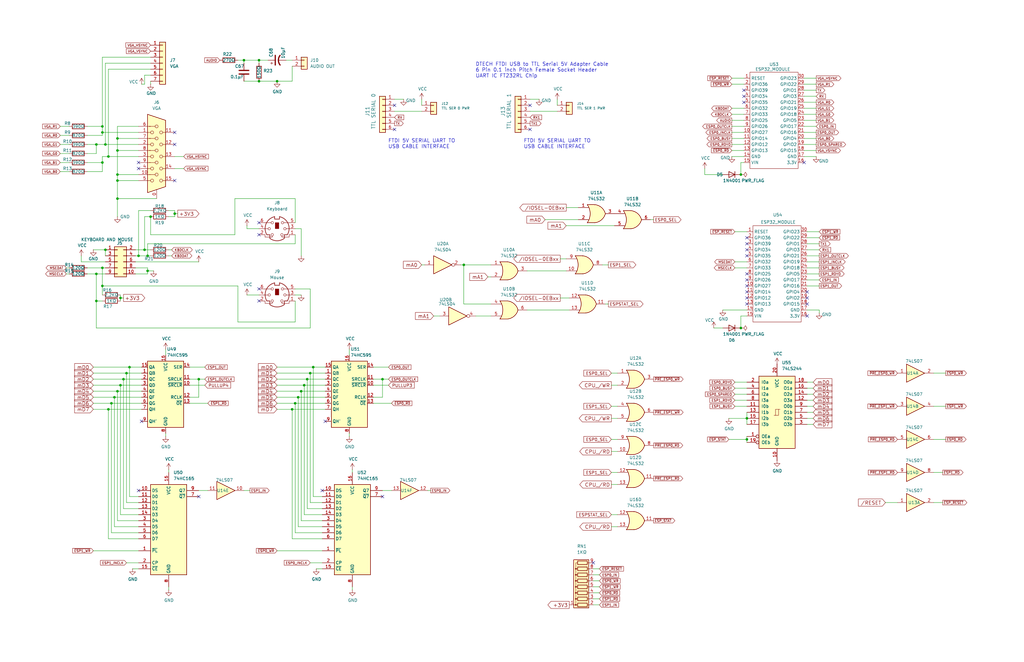
<source format=kicad_sch>
(kicad_sch (version 20231120) (generator "eeschema") (generator_version "8.0")
  (paper "USLedger")
  (title_block (title "6809PC") (date "2025-01-21") (rev "001") (comment 1 "https://github.com/danwerner21/6809PC") (comment 2 "Based on work by Andrew Lynch and John Coffman"))
  (lib_symbols
    (symbol "74xx:74HC165"
      (property "Reference" "U" (at -7.62 19.05 0))
      (property "Value" "74HC165" (at -7.62 -21.59 0))
      (symbol "74HC165_1_0"
        (pin input line (at -12.7 -10.16 0) (length 5.08) (name "~{PL}") (number "1"))
        (pin input line (at -12.7 15.24 0) (length 5.08) (name "DS") (number "10"))
        (pin input line (at -12.7 12.7 0) (length 5.08) (name "D0") (number "11"))
        (pin input line (at -12.7 10.16 0) (length 5.08) (name "D1") (number "12"))
        (pin input line (at -12.7 7.62 0) (length 5.08) (name "D2") (number "13"))
        (pin input line (at -12.7 5.08 0) (length 5.08) (name "D3") (number "14"))
        (pin input line (at -12.7 -17.78 0) (length 5.08) (name "~{CE}") (number "15"))
        (pin power_in line (at 0 22.86 270) (length 5.08) (name "VCC") (number "16"))
        (pin input line (at -12.7 -15.24 0) (length 5.08) (name "CP") (number "2"))
        (pin input line (at -12.7 2.54 0) (length 5.08) (name "D4") (number "3"))
        (pin input line (at -12.7 0 0) (length 5.08) (name "D5") (number "4"))
        (pin input line (at -12.7 -2.54 0) (length 5.08) (name "D6") (number "5"))
        (pin input line (at -12.7 -5.08 0) (length 5.08) (name "D7") (number "6"))
        (pin output line (at 12.7 12.7 180) (length 5.08) (name "~{Q7}") (number "7"))
        (pin power_in line (at 0 -25.4 90) (length 5.08) (name "GND") (number "8"))
        (pin output line (at 12.7 15.24 180) (length 5.08) (name "Q7") (number "9"))
      )
    )
    (symbol "74xx:74HC595"
      (property "Reference" "U" (at -7.62 13.97 0))
      (property "Value" "74HC595" (at -7.62 -16.51 0))
      (symbol "74HC595_1_0"
        (pin tri_state line (at 10.16 7.62 180) (length 2.54) (name "QB") (number "1"))
        (pin input line (at -10.16 2.54 0) (length 2.54) (name "~{SRCLR}") (number "10"))
        (pin input line (at -10.16 5.08 0) (length 2.54) (name "SRCLK") (number "11"))
        (pin input line (at -10.16 -2.54 0) (length 2.54) (name "RCLK") (number "12"))
        (pin input line (at -10.16 -5.08 0) (length 2.54) (name "~{OE}") (number "13"))
        (pin input line (at -10.16 10.16 0) (length 2.54) (name "SER") (number "14"))
        (pin tri_state line (at 10.16 10.16 180) (length 2.54) (name "QA") (number "15"))
        (pin power_in line (at 0 15.24 270) (length 2.54) (name "VCC") (number "16"))
        (pin tri_state line (at 10.16 5.08 180) (length 2.54) (name "QC") (number "2"))
        (pin tri_state line (at 10.16 2.54 180) (length 2.54) (name "QD") (number "3"))
        (pin tri_state line (at 10.16 0 180) (length 2.54) (name "QE") (number "4"))
        (pin tri_state line (at 10.16 -2.54 180) (length 2.54) (name "QF") (number "5"))
        (pin tri_state line (at 10.16 -5.08 180) (length 2.54) (name "QG") (number "6"))
        (pin tri_state line (at 10.16 -7.62 180) (length 2.54) (name "QH") (number "7"))
        (pin power_in line (at 0 -17.78 90) (length 2.54) (name "GND") (number "8"))
        (pin output line (at 10.16 -12.7 180) (length 2.54) (name "QH'") (number "9"))
      )
    )
    (symbol "74xx:74LS04"
      (property "Reference" "U" (at 0 1.27 0))
      (property "Value" "74LS04" (at 0 -1.27 0))
      (symbol "74LS04_1_0"
        (pin input line (at -7.62 0 0) (length 3.81) (name "~") (number "1"))
        (pin output inverted (at 7.62 0 180) (length 3.81) (name "~") (number "2"))
      )
      (symbol "74LS04_2_0"
        (pin input line (at -7.62 0 0) (length 3.81) (name "~") (number "3"))
        (pin output inverted (at 7.62 0 180) (length 3.81) (name "~") (number "4"))
      )
      (symbol "74LS04_3_0"
        (pin input line (at -7.62 0 0) (length 3.81) (name "~") (number "5"))
        (pin output inverted (at 7.62 0 180) (length 3.81) (name "~") (number "6"))
      )
      (symbol "74LS04_4_0"
        (pin output inverted (at 7.62 0 180) (length 3.81) (name "~") (number "8"))
        (pin input line (at -7.62 0 0) (length 3.81) (name "~") (number "9"))
      )
      (symbol "74LS04_5_0"
        (pin output inverted (at 7.62 0 180) (length 3.81) (name "~") (number "10"))
        (pin input line (at -7.62 0 0) (length 3.81) (name "~") (number "11"))
      )
      (symbol "74LS04_6_0"
        (pin output inverted (at 7.62 0 180) (length 3.81) (name "~") (number "12"))
        (pin input line (at -7.62 0 0) (length 3.81) (name "~") (number "13"))
      )
      (symbol "74LS04_7_0"
        (pin power_in line (at 0 12.7 270) (length 5.08) (name "VCC") (number "14"))
        (pin power_in line (at 0 -12.7 90) (length 5.08) (name "GND") (number "7"))
      )
    )
    (symbol "74xx:74LS07" (pin_names (offset 1.016))
      (property "Reference" "U" (at 0 1.27 0))
      (property "Value" "74LS07" (at 0 -1.27 0))
      (symbol "74LS07_1_0"
        (pin input line (at -7.62 0 0) (length 3.81) (name "~") (number "1"))
        (pin open_collector line (at 7.62 0 180) (length 3.81) (name "~") (number "2"))
      )
      (symbol "74LS07_2_0"
        (pin input line (at -7.62 0 0) (length 3.81) (name "~") (number "3"))
        (pin open_collector line (at 7.62 0 180) (length 3.81) (name "~") (number "4"))
      )
      (symbol "74LS07_3_0"
        (pin input line (at -7.62 0 0) (length 3.81) (name "~") (number "5"))
        (pin open_collector line (at 7.62 0 180) (length 3.81) (name "~") (number "6"))
      )
      (symbol "74LS07_4_0"
        (pin open_collector line (at 7.62 0 180) (length 3.81) (name "~") (number "8"))
        (pin input line (at -7.62 0 0) (length 3.81) (name "~") (number "9"))
      )
      (symbol "74LS07_5_0"
        (pin open_collector line (at 7.62 0 180) (length 3.81) (name "~") (number "10"))
        (pin input line (at -7.62 0 0) (length 3.81) (name "~") (number "11"))
      )
      (symbol "74LS07_6_0"
        (pin open_collector line (at 7.62 0 180) (length 3.81) (name "~") (number "12"))
        (pin input line (at -7.62 0 0) (length 3.81) (name "~") (number "13"))
      )
      (symbol "74LS07_7_0"
        (pin power_in line (at 0 12.7 270) (length 5.08) (name "VCC") (number "14"))
        (pin power_in line (at 0 -12.7 90) (length 5.08) (name "GND") (number "7"))
      )
    )
    (symbol "74xx:74LS244" (pin_names (offset 1.016))
      (property "Reference" "U" (at -7.62 16.51 0))
      (property "Value" "74LS244" (at -7.62 -16.51 0))
      (symbol "74LS244_1_0"
        (pin input inverted (at -12.7 -10.16 0) (length 5.08) (name "OEa") (number "1"))
        (pin power_in line (at 0 -20.32 90) (length 5.08) (name "GND") (number "10"))
        (pin input line (at -12.7 2.54 0) (length 5.08) (name "I0b") (number "11"))
        (pin tri_state line (at 12.7 5.08 180) (length 5.08) (name "O3a") (number "12"))
        (pin input line (at -12.7 0 0) (length 5.08) (name "I1b") (number "13"))
        (pin tri_state line (at 12.7 7.62 180) (length 5.08) (name "O2a") (number "14"))
        (pin input line (at -12.7 -2.54 0) (length 5.08) (name "I2b") (number "15"))
        (pin tri_state line (at 12.7 10.16 180) (length 5.08) (name "O1a") (number "16"))
        (pin input line (at -12.7 -5.08 0) (length 5.08) (name "I3b") (number "17"))
        (pin tri_state line (at 12.7 12.7 180) (length 5.08) (name "O0a") (number "18"))
        (pin input inverted (at -12.7 -12.7 0) (length 5.08) (name "OEb") (number "19"))
        (pin input line (at -12.7 12.7 0) (length 5.08) (name "I0a") (number "2"))
        (pin power_in line (at 0 20.32 270) (length 5.08) (name "VCC") (number "20"))
        (pin tri_state line (at 12.7 -5.08 180) (length 5.08) (name "O3b") (number "3"))
        (pin input line (at -12.7 10.16 0) (length 5.08) (name "I1a") (number "4"))
        (pin tri_state line (at 12.7 -2.54 180) (length 5.08) (name "O2b") (number "5"))
        (pin input line (at -12.7 7.62 0) (length 5.08) (name "I2a") (number "6"))
        (pin tri_state line (at 12.7 0 180) (length 5.08) (name "O1b") (number "7"))
        (pin input line (at -12.7 5.08 0) (length 5.08) (name "I3a") (number "8"))
        (pin tri_state line (at 12.7 2.54 180) (length 5.08) (name "O0b") (number "9"))
      )
    )
    (symbol "74xx:74LS32" (pin_names (offset 1.016))
      (property "Reference" "U" (at 0 1.27 0))
      (property "Value" "74LS32" (at 0 -1.27 0))
      (symbol "74LS32_1_1"
        (pin input line (at -7.62 2.54 0) (length 4.318) (name "~") (number "1"))
        (pin input line (at -7.62 -2.54 0) (length 4.318) (name "~") (number "2"))
        (pin output line (at 7.62 0 180) (length 3.81) (name "~") (number "3"))
      )
      (symbol "74LS32_1_2"
        (pin input inverted (at -7.62 2.54 0) (length 3.81) (name "~") (number "1"))
        (pin input inverted (at -7.62 -2.54 0) (length 3.81) (name "~") (number "2"))
        (pin output inverted (at 7.62 0 180) (length 3.81) (name "~") (number "3"))
      )
      (symbol "74LS32_2_1"
        (pin input line (at -7.62 2.54 0) (length 4.318) (name "~") (number "4"))
        (pin input line (at -7.62 -2.54 0) (length 4.318) (name "~") (number "5"))
        (pin output line (at 7.62 0 180) (length 3.81) (name "~") (number "6"))
      )
      (symbol "74LS32_2_2"
        (pin input inverted (at -7.62 2.54 0) (length 3.81) (name "~") (number "4"))
        (pin input inverted (at -7.62 -2.54 0) (length 3.81) (name "~") (number "5"))
        (pin output inverted (at 7.62 0 180) (length 3.81) (name "~") (number "6"))
      )
      (symbol "74LS32_3_1"
        (pin input line (at -7.62 -2.54 0) (length 4.318) (name "~") (number "10"))
        (pin output line (at 7.62 0 180) (length 3.81) (name "~") (number "8"))
        (pin input line (at -7.62 2.54 0) (length 4.318) (name "~") (number "9"))
      )
      (symbol "74LS32_3_2"
        (pin input inverted (at -7.62 -2.54 0) (length 3.81) (name "~") (number "10"))
        (pin output inverted (at 7.62 0 180) (length 3.81) (name "~") (number "8"))
        (pin input inverted (at -7.62 2.54 0) (length 3.81) (name "~") (number "9"))
      )
      (symbol "74LS32_4_1"
        (pin output line (at 7.62 0 180) (length 3.81) (name "~") (number "11"))
        (pin input line (at -7.62 2.54 0) (length 4.318) (name "~") (number "12"))
        (pin input line (at -7.62 -2.54 0) (length 4.318) (name "~") (number "13"))
      )
      (symbol "74LS32_4_2"
        (pin output inverted (at 7.62 0 180) (length 3.81) (name "~") (number "11"))
        (pin input inverted (at -7.62 2.54 0) (length 3.81) (name "~") (number "12"))
        (pin input inverted (at -7.62 -2.54 0) (length 3.81) (name "~") (number "13"))
      )
      (symbol "74LS32_5_0"
        (pin power_in line (at 0 12.7 270) (length 5.08) (name "VCC") (number "14"))
        (pin power_in line (at 0 -12.7 90) (length 5.08) (name "GND") (number "7"))
      )
    )
    (symbol "Connector:DE15_Receptacle_HighDensity_MountingHoles" (pin_names (offset 1.016) hide)
      (property "Reference" "J" (at 0 21.59 0))
      (property "Value" "DE15_Receptacle_HighDensity_MountingHoles" (at 0 19.05 0))
      (symbol "DE15_Receptacle_HighDensity_MountingHoles_1_1"
        (pin passive line (at 0 -17.78 90) (length 3.81) (name "~") (number "0"))
        (pin passive line (at -7.62 10.16 0) (length 5.08) (name "~") (number "1"))
        (pin passive line (at -7.62 -7.62 0) (length 5.08) (name "~") (number "10"))
        (pin passive line (at 7.62 10.16 180) (length 5.08) (name "~") (number "11"))
        (pin passive line (at 7.62 5.08 180) (length 5.08) (name "~") (number "12"))
        (pin passive line (at 7.62 0 180) (length 5.08) (name "~") (number "13"))
        (pin passive line (at 7.62 -5.08 180) (length 5.08) (name "~") (number "14"))
        (pin passive line (at 7.62 -10.16 180) (length 5.08) (name "~") (number "15"))
        (pin passive line (at -7.62 5.08 0) (length 5.08) (name "~") (number "2"))
        (pin passive line (at -7.62 0 0) (length 5.08) (name "~") (number "3"))
        (pin passive line (at -7.62 -5.08 0) (length 5.08) (name "~") (number "4"))
        (pin passive line (at -7.62 -10.16 0) (length 5.08) (name "~") (number "5"))
        (pin passive line (at -7.62 12.7 0) (length 5.08) (name "~") (number "6"))
        (pin passive line (at -7.62 7.62 0) (length 5.08) (name "~") (number "7"))
        (pin passive line (at -7.62 2.54 0) (length 5.08) (name "~") (number "8"))
        (pin passive line (at -7.62 -2.54 0) (length 5.08) (name "~") (number "9"))
      )
    )
    (symbol "Connector:Mini-DIN-6" (pin_names (offset 1.016))
      (property "Reference" "J" (at 0 6.35 0))
      (property "Value" "Mini-DIN-6" (at 0 -6.35 0))
      (symbol "Mini-DIN-6_1_1"
        (pin passive line (at 7.62 -2.54 180) (length 2.54) (name "~") (number "1"))
        (pin passive line (at -7.62 -2.54 0) (length 2.54) (name "~") (number "2"))
        (pin passive line (at 7.62 0 180) (length 2.54) (name "~") (number "3"))
        (pin passive line (at -7.62 0 0) (length 2.54) (name "~") (number "4"))
        (pin passive line (at 7.62 2.54 180) (length 2.54) (name "~") (number "5"))
        (pin passive line (at -7.62 2.54 0) (length 2.54) (name "~") (number "6"))
      )
    )
    (symbol "Connector_Generic:Conn_01x02" (pin_names (offset 1.016) hide)
      (property "Reference" "J" (at 0 2.54 0))
      (property "Value" "Conn_01x02" (at 0 -5.08 0))
      (symbol "Conn_01x02_1_1"
        (pin passive line (at -5.08 0 0) (length 3.81) (name "Pin_1") (number "1"))
        (pin passive line (at -5.08 -2.54 0) (length 3.81) (name "Pin_2") (number "2"))
      )
    )
    (symbol "Connector_Generic:Conn_01x06" (pin_names (offset 1.016) hide)
      (property "Reference" "J" (at 0 7.62 0))
      (property "Value" "Conn_01x06" (at 0 -10.16 0))
      (symbol "Conn_01x06_1_1"
        (pin passive line (at -5.08 5.08 0) (length 3.81) (name "Pin_1") (number "1"))
        (pin passive line (at -5.08 2.54 0) (length 3.81) (name "Pin_2") (number "2"))
        (pin passive line (at -5.08 0 0) (length 3.81) (name "Pin_3") (number "3"))
        (pin passive line (at -5.08 -2.54 0) (length 3.81) (name "Pin_4") (number "4"))
        (pin passive line (at -5.08 -5.08 0) (length 3.81) (name "Pin_5") (number "5"))
        (pin passive line (at -5.08 -7.62 0) (length 3.81) (name "Pin_6") (number "6"))
      )
    )
    (symbol "Connector_Generic:Conn_01x07" (pin_names (offset 1.016) hide)
      (property "Reference" "J" (at 0 10.16 0))
      (property "Value" "Conn_01x07" (at 0 -10.16 0))
      (symbol "Conn_01x07_1_1"
        (pin passive line (at -5.08 7.62 0) (length 3.81) (name "Pin_1") (number "1"))
        (pin passive line (at -5.08 5.08 0) (length 3.81) (name "Pin_2") (number "2"))
        (pin passive line (at -5.08 2.54 0) (length 3.81) (name "Pin_3") (number "3"))
        (pin passive line (at -5.08 0 0) (length 3.81) (name "Pin_4") (number "4"))
        (pin passive line (at -5.08 -2.54 0) (length 3.81) (name "Pin_5") (number "5"))
        (pin passive line (at -5.08 -5.08 0) (length 3.81) (name "Pin_6") (number "6"))
        (pin passive line (at -5.08 -7.62 0) (length 3.81) (name "Pin_7") (number "7"))
      )
    )
    (symbol "Connector_Generic:Conn_02x05_Odd_Even" (pin_names (offset 1.016) hide)
      (property "Reference" "J" (at 1.27 7.62 0))
      (property "Value" "Conn_02x05_Odd_Even" (at 1.27 -7.62 0))
      (symbol "Conn_02x05_Odd_Even_1_1"
        (pin passive line (at -5.08 5.08 0) (length 3.81) (name "Pin_1") (number "1"))
        (pin passive line (at 7.62 -5.08 180) (length 3.81) (name "Pin_10") (number "10"))
        (pin passive line (at 7.62 5.08 180) (length 3.81) (name "Pin_2") (number "2"))
        (pin passive line (at -5.08 2.54 0) (length 3.81) (name "Pin_3") (number "3"))
        (pin passive line (at 7.62 2.54 180) (length 3.81) (name "Pin_4") (number "4"))
        (pin passive line (at -5.08 0 0) (length 3.81) (name "Pin_5") (number "5"))
        (pin passive line (at 7.62 0 180) (length 3.81) (name "Pin_6") (number "6"))
        (pin passive line (at -5.08 -2.54 0) (length 3.81) (name "Pin_7") (number "7"))
        (pin passive line (at 7.62 -2.54 180) (length 3.81) (name "Pin_8") (number "8"))
        (pin passive line (at -5.08 -5.08 0) (length 3.81) (name "Pin_9") (number "9"))
      )
    )
    (symbol "Custom:ESP32_MODULE"
      (property "Reference" "U" (at 0 0 0))
      (symbol "ESP32_MODULE_1_1"
        (pin input line (at -12.7 -6.35 0) (length 2.54) (name "RESET") (number "1"))
        (pin bidirectional line (at -12.7 -29.21 0) (length 2.54) (name "GPIO27") (number "10"))
        (pin bidirectional line (at -12.7 -31.75 0) (length 2.54) (name "GPIO14") (number "11"))
        (pin bidirectional line (at -12.7 -34.29 0) (length 2.54) (name "GPIO12") (number "12"))
        (pin bidirectional line (at -12.7 -36.83 0) (length 2.54) (name "GPIO13") (number "13"))
        (pin power_in line (at -12.7 -39.37 0) (length 2.54) (name "GND") (number "14"))
        (pin power_in line (at -12.7 -41.91 0) (length 2.54) (name "VIN") (number "15"))
        (pin power_in line (at 12.7 -41.91 180) (length 2.54) (name "3.3V") (number "16"))
        (pin power_in line (at 12.7 -39.37 180) (length 2.54) (name "GND") (number "17"))
        (pin bidirectional line (at 12.7 -36.83 180) (length 2.54) (name "GPIO15") (number "18"))
        (pin bidirectional line (at 12.7 -34.29 180) (length 2.54) (name "GPIO2") (number "19"))
        (pin bidirectional line (at -12.7 -8.89 0) (length 2.54) (name "GPIO36") (number "2"))
        (pin bidirectional line (at 12.7 -31.75 180) (length 2.54) (name "GPIO4") (number "20"))
        (pin bidirectional line (at 12.7 -29.21 180) (length 2.54) (name "GPIO16") (number "21"))
        (pin bidirectional line (at 12.7 -26.67 180) (length 2.54) (name "GPIO17") (number "22"))
        (pin bidirectional line (at 12.7 -24.13 180) (length 2.54) (name "GPIO5") (number "23"))
        (pin bidirectional line (at 12.7 -21.59 180) (length 2.54) (name "GPIO18") (number "24"))
        (pin bidirectional line (at 12.7 -19.05 180) (length 2.54) (name "GPIO19") (number "25"))
        (pin bidirectional line (at 12.7 -16.51 180) (length 2.54) (name "GPIO21") (number "26"))
        (pin bidirectional line (at 12.7 -13.97 180) (length 2.54) (name "GPIO3") (number "27"))
        (pin bidirectional line (at 12.7 -11.43 180) (length 2.54) (name "GPIO1") (number "28"))
        (pin bidirectional line (at 12.7 -8.89 180) (length 2.54) (name "GPIO22") (number "29"))
        (pin bidirectional line (at -12.7 -11.43 0) (length 2.54) (name "GPIO39") (number "3"))
        (pin bidirectional line (at 12.7 -6.35 180) (length 2.54) (name "GPIO23") (number "30"))
        (pin bidirectional line (at -12.7 -13.97 0) (length 2.54) (name "GPIO34") (number "4"))
        (pin bidirectional line (at -12.7 -16.51 0) (length 2.54) (name "GPIO35") (number "5"))
        (pin bidirectional line (at -12.7 -19.05 0) (length 2.54) (name "GPIO32") (number "6"))
        (pin bidirectional line (at -12.7 -21.59 0) (length 2.54) (name "GPIO33") (number "7"))
        (pin bidirectional line (at -12.7 -24.13 0) (length 2.54) (name "GPIO25") (number "8"))
        (pin bidirectional line (at -12.7 -26.67 0) (length 2.54) (name "GPIO26") (number "9"))
      )
    )
    (symbol "Device:C" (pin_numbers hide) (pin_names (offset 0.254))
      (property "Reference" "C" (at 0.635 2.54 0))
      (property "Value" "C" (at 0.635 -2.54 0))
      (symbol "C_1_1"
        (pin passive line (at 0 3.81 270) (length 2.794) (name "~") (number "1"))
        (pin passive line (at 0 -3.81 90) (length 2.794) (name "~") (number "2"))
      )
    )
    (symbol "Device:C_Polarized_US" (pin_numbers hide) (pin_names (offset 0.254) hide)
      (property "Reference" "C" (at 0.635 2.54 0))
      (property "Value" "C_Polarized_US" (at 0.635 -2.54 0))
      (symbol "C_Polarized_US_1_1"
        (pin passive line (at 0 3.81 270) (length 2.794) (name "~") (number "1"))
        (pin passive line (at 0 -3.81 90) (length 3.302) (name "~") (number "2"))
      )
    )
    (symbol "Device:R" (pin_numbers hide) (pin_names (offset 0))
      (property "Reference" "R" (at 2.032 0 90))
      (property "Value" "R" (at 0 0 90))
      (symbol "R_1_1"
        (pin passive line (at 0 3.81 270) (length 1.27) (name "~") (number "1"))
        (pin passive line (at 0 -3.81 90) (length 1.27) (name "~") (number "2"))
      )
    )
    (symbol "Device:R_Network08" (pin_names (offset 0) hide)
      (property "Reference" "RN" (at -12.7 0 90))
      (property "Value" "R_Network08" (at 10.16 0 90))
      (symbol "R_Network08_1_1"
        (pin passive line (at -10.16 5.08 270) (length 2.54) (name "common") (number "1"))
        (pin passive line (at -10.16 -5.08 90) (length 1.27) (name "R1") (number "2"))
        (pin passive line (at -7.62 -5.08 90) (length 1.27) (name "R2") (number "3"))
        (pin passive line (at -5.08 -5.08 90) (length 1.27) (name "R3") (number "4"))
        (pin passive line (at -2.54 -5.08 90) (length 1.27) (name "R4") (number "5"))
        (pin passive line (at 0 -5.08 90) (length 1.27) (name "R5") (number "6"))
        (pin passive line (at 2.54 -5.08 90) (length 1.27) (name "R6") (number "7"))
        (pin passive line (at 5.08 -5.08 90) (length 1.27) (name "R7") (number "8"))
        (pin passive line (at 7.62 -5.08 90) (length 1.27) (name "R8") (number "9"))
      )
    )
    (symbol "Diode:1N4001" (pin_numbers hide) (pin_names hide)
      (property "Reference" "D" (at 0 2.54 0))
      (property "Value" "1N4001" (at 0 -2.54 0))
      (symbol "1N4001_1_1"
        (pin passive line (at -3.81 0 0) (length 2.54) (name "K") (number "1"))
        (pin passive line (at 3.81 0 180) (length 2.54) (name "A") (number "2"))
      )
    )
    (symbol "power:GND" (power) (pin_numbers hide) (pin_names (offset 0) hide)
      (property "Value" "GND" (at 0 -3.81 0))
      (symbol "GND_1_1"
        (pin power_in line (at 0 0 270) (length 0) (name "~") (number "1"))
      )
    )
    (symbol "power:PWR_FLAG" (power) (pin_numbers hide) (pin_names (offset 0) hide)
      (property "Value" "PWR_FLAG" (at 0 3.81 0))
      (symbol "PWR_FLAG_0_0"
        (pin power_out line (at 0 0 90) (length 0) (name "~") (number "1"))
      )
    )
    (symbol "power:VCC" (power) (pin_numbers hide) (pin_names (offset 0) hide)
      (property "Value" "VCC" (at 0 3.556 0))
      (symbol "VCC_1_1"
        (pin power_in line (at 0 0 90) (length 0) (name "~") (number "1"))
      )
    )
  )
  (junction (at 50.8 162.56))
  (junction (at 49.53 58.42))
  (junction (at 48.26 167.64))
  (junction (at 58.42 107.95))
  (junction (at 102.87 25.4))
  (junction (at 125.73 167.64))
  (junction (at 43.18 68.58))
  (junction (at 52.07 160.02))
  (junction (at 46.99 170.18))
  (junction (at 43.18 55.88))
  (junction (at 132.08 154.94))
  (junction (at 63.5 91.44))
  (junction (at 123.19 172.72))
  (junction (at 49.53 83.82))
  (junction (at 312.42 73.66))
  (junction (at 40.64 115.57))
  (junction (at 109.22 25.4))
  (junction (at 83.82 160.02))
  (junction (at 314.96 185.42))
  (junction (at 49.53 63.5))
  (junction (at 54.61 154.94))
  (junction (at 44.45 105.41))
  (junction (at 53.34 157.48))
  (junction (at 49.53 76.2))
  (junction (at 40.64 60.96))
  (junction (at 45.72 172.72))
  (junction (at 195.58 111.76))
  (junction (at 127 165.1))
  (junction (at 43.18 53.34))
  (junction (at 73.66 90.17))
  (junction (at 124.46 170.18))
  (junction (at 44.45 60.96))
  (junction (at 130.81 157.48))
  (junction (at 129.54 160.02))
  (junction (at 49.53 165.1))
  (junction (at 128.27 162.56))
  (junction (at 161.29 160.02))
  (junction (at 62.23 114.3))
  (junction (at 50.8 125.73))
  (junction (at 43.18 120.65))
  (junction (at 45.72 66.04))
  (junction (at 312.42 138.43))
  (junction (at 109.22 34.29))
  (junction (at 314.96 176.53))
  (junction (at 116.84 34.29))
  (junction (at 43.18 113.03))
  (junction (at 49.53 73.66))
  (junction (at 62.23 107.95))
  (junction (at 60.96 105.41))
  (junction (at 40.64 127))
  (no_connect (at 58.42 68.58))
  (no_connect (at 223.52 54.61))
  (no_connect (at 314.96 102.87))
  (no_connect (at 314.96 123.19))
  (no_connect (at 161.29 209.55))
  (no_connect (at 313.69 43.18))
  (no_connect (at 58.42 207.01))
  (no_connect (at 166.37 54.61))
  (no_connect (at 340.36 128.27))
  (no_connect (at 314.96 118.11))
  (no_connect (at 314.96 125.73))
  (no_connect (at 59.69 177.8))
  (no_connect (at 109.22 127))
  (no_connect (at 314.96 100.33))
  (no_connect (at 73.66 55.88))
  (no_connect (at 109.22 99.06))
  (no_connect (at 313.69 40.64))
  (no_connect (at 109.22 93.98))
  (no_connect (at 109.22 121.92))
  (no_connect (at 73.66 76.2))
  (no_connect (at 340.36 133.35))
  (no_connect (at 166.37 44.45))
  (no_connect (at 83.82 209.55))
  (no_connect (at 223.52 44.45))
  (no_connect (at 314.96 105.41))
  (no_connect (at 314.96 107.95))
  (no_connect (at 340.36 123.19))
  (no_connect (at 314.96 128.27))
  (no_connect (at 314.96 120.65))
  (no_connect (at 135.89 207.01))
  (no_connect (at 137.16 177.8))
  (no_connect (at 58.42 71.12))
  (no_connect (at 313.69 38.1))
  (no_connect (at 314.96 115.57))
  (no_connect (at 339.09 68.58))
  (no_connect (at 73.66 60.96))
  (no_connect (at 250.19 237.49))
  (no_connect (at 340.36 125.73))
  (wire (pts (xy 59.69 154.94) (xy 54.61 154.94)))
  (wire (pts (xy 109.22 96.52) (xy 104.14 96.52)))
  (wire (pts (xy 177.8 111.76) (xy 179.07 111.76)))
  (wire (pts (xy 314.96 133.35) (xy 312.42 133.35)))
  (wire (pts (xy 63.5 99.06) (xy 99.06 99.06)))
  (wire (pts (xy 194.31 111.76) (xy 195.58 111.76)))
  (wire (pts (xy 345.44 130.81) (xy 345.44 132.08)))
  (wire (pts (xy 137.16 167.64) (xy 125.73 167.64)))
  (wire (pts (xy 313.69 68.58) (xy 312.42 68.58)))
  (wire (pts (xy 308.61 55.88) (xy 313.69 55.88)))
  (wire (pts (xy 308.61 58.42) (xy 313.69 58.42)))
  (wire (pts (xy 116.84 170.18) (xy 124.46 170.18)))
  (wire (pts (xy 157.48 162.56) (xy 163.83 162.56)))
  (wire (pts (xy 236.22 109.22) (xy 238.76 109.22)))
  (wire (pts (xy 58.42 107.95) (xy 62.23 107.95)))
  (wire (pts (xy 25.4 72.39) (xy 29.21 72.39)))
  (wire (pts (xy 137.16 170.18) (xy 124.46 170.18)))
  (wire (pts (xy 49.53 83.82) (xy 66.04 83.82)))
  (wire (pts (xy 254 111.76) (xy 256.54 111.76)))
  (wire (pts (xy 124.46 121.92) (xy 130.81 121.92)))
  (wire (pts (xy 116.84 165.1) (xy 127 165.1)))
  (wire (pts (xy 60.96 31.75) (xy 60.96 35.56)))
  (wire (pts (xy 49.53 219.71) (xy 49.53 165.1)))
  (wire (pts (xy 339.09 43.18) (xy 344.17 43.18)))
  (wire (pts (xy 43.18 113.03) (xy 44.45 113.03)))
  (wire (pts (xy 135.89 214.63) (xy 129.54 214.63)))
  (wire (pts (xy 36.83 72.39) (xy 43.18 72.39)))
  (wire (pts (xy 39.37 154.94) (xy 54.61 154.94)))
  (wire (pts (xy 124.46 224.79) (xy 124.46 170.18)))
  (wire (pts (xy 73.66 88.9) (xy 73.66 90.17)))
  (wire (pts (xy 109.22 25.4) (xy 109.22 26.67)))
  (wire (pts (xy 129.54 214.63) (xy 129.54 160.02)))
  (wire (pts (xy 25.4 57.15) (xy 29.21 57.15)))
  (wire (pts (xy 100.33 120.65) (xy 100.33 135.89)))
  (wire (pts (xy 195.58 128.27) (xy 207.01 128.27)))
  (wire (pts (xy 257.81 204.47) (xy 260.35 204.47)))
  (wire (pts (xy 309.88 168.91) (xy 314.96 168.91)))
  (wire (pts (xy 339.09 53.34) (xy 344.17 53.34)))
  (wire (pts (xy 53.34 212.09) (xy 53.34 157.48)))
  (wire (pts (xy 340.36 97.79) (xy 345.44 97.79)))
  (wire (pts (xy 339.09 50.8) (xy 344.17 50.8)))
  (wire (pts (xy 25.4 64.77) (xy 29.21 64.77)))
  (wire (pts (xy 340.36 171.45) (xy 342.9 171.45)))
  (wire (pts (xy 59.69 165.1) (xy 49.53 165.1)))
  (wire (pts (xy 304.8 73.66) (xy 297.18 73.66)))
  (wire (pts (xy 80.01 154.94) (xy 86.36 154.94)))
  (wire (pts (xy 73.66 66.04) (xy 77.47 66.04)))
  (wire (pts (xy 127 219.71) (xy 127 165.1)))
  (wire (pts (xy 49.53 73.66) (xy 58.42 73.66)))
  (wire (pts (xy 339.09 60.96) (xy 344.17 60.96)))
  (wire (pts (xy 58.42 224.79) (xy 46.99 224.79)))
  (wire (pts (xy 120.65 25.4) (xy 123.19 25.4)))
  (wire (pts (xy 63.5 91.44) (xy 63.5 99.06)))
  (wire (pts (xy 137.16 162.56) (xy 128.27 162.56)))
  (wire (pts (xy 393.7 171.45) (xy 398.78 171.45)))
  (wire (pts (xy 135.89 212.09) (xy 130.81 212.09)))
  (wire (pts (xy 116.84 160.02) (xy 129.54 160.02)))
  (wire (pts (xy 116.84 232.41) (xy 135.89 232.41)))
  (wire (pts (xy 59.69 167.64) (xy 48.26 167.64)))
  (wire (pts (xy 63.5 34.29) (xy 63.5 35.56)))
  (wire (pts (xy 257.81 171.45) (xy 260.35 171.45)))
  (wire (pts (xy 40.64 60.96) (xy 44.45 60.96)))
  (wire (pts (xy 102.87 34.29) (xy 109.22 34.29)))
  (wire (pts (xy 307.34 185.42) (xy 314.96 185.42)))
  (wire (pts (xy 339.09 38.1) (xy 344.17 38.1)))
  (wire (pts (xy 43.18 127) (xy 40.64 127)))
  (wire (pts (xy 43.18 57.15) (xy 43.18 55.88)))
  (wire (pts (xy 116.84 172.72) (xy 123.19 172.72)))
  (wire (pts (xy 43.18 120.65) (xy 43.18 124.46)))
  (wire (pts (xy 69.85 182.88) (xy 69.85 184.15)))
  (wire (pts (xy 62.23 102.87) (xy 124.46 102.87)))
  (wire (pts (xy 135.89 217.17) (xy 128.27 217.17)))
  (wire (pts (xy 257.81 199.39) (xy 260.35 199.39)))
  (wire (pts (xy 308.61 45.72) (xy 313.69 45.72)))
  (wire (pts (xy 36.83 115.57) (xy 40.64 115.57)))
  (wire (pts (xy 340.36 120.65) (xy 345.44 120.65)))
  (wire (pts (xy 300.99 138.43) (xy 304.8 138.43)))
  (wire (pts (xy 339.09 58.42) (xy 344.17 58.42)))
  (wire (pts (xy 340.36 166.37) (xy 342.9 166.37)))
  (wire (pts (xy 340.36 176.53) (xy 342.9 176.53)))
  (wire (pts (xy 180.34 207.01) (xy 181.61 207.01)))
  (wire (pts (xy 274.32 92.71) (xy 275.59 92.71)))
  (wire (pts (xy 133.35 240.03) (xy 135.89 240.03)))
  (wire (pts (xy 57.15 105.41) (xy 60.96 105.41)))
  (wire (pts (xy 309.88 113.03) (xy 314.96 113.03)))
  (wire (pts (xy 71.12 105.41) (xy 72.39 105.41)))
  (wire (pts (xy 314.96 185.42) (xy 314.96 186.69)))
  (wire (pts (xy 257.81 217.17) (xy 260.35 217.17)))
  (wire (pts (xy 25.4 68.58) (xy 29.21 68.58)))
  (wire (pts (xy 62.23 114.3) (xy 62.23 115.57)))
  (wire (pts (xy 339.09 48.26) (xy 344.17 48.26)))
  (wire (pts (xy 124.46 99.06) (xy 124.46 102.87)))
  (wire (pts (xy 49.53 83.82) (xy 49.53 91.44)))
  (wire (pts (xy 43.18 53.34) (xy 43.18 55.88)))
  (wire (pts (xy 63.5 26.67) (xy 44.45 26.67)))
  (wire (pts (xy 100.33 25.4) (xy 102.87 25.4)))
  (wire (pts (xy 393.7 199.39) (xy 397.51 199.39)))
  (wire (pts (xy 102.87 25.4) (xy 109.22 25.4)))
  (wire (pts (xy 45.72 227.33) (xy 45.72 172.72)))
  (wire (pts (xy 340.36 161.29) (xy 342.9 161.29)))
  (wire (pts (xy 124.46 83.82) (xy 99.06 83.82)))
  (wire (pts (xy 130.81 121.92) (xy 130.81 138.43)))
  (wire (pts (xy 123.19 27.94) (xy 123.19 34.29)))
  (wire (pts (xy 223.52 41.91) (xy 227.33 41.91)))
  (wire (pts (xy 43.18 24.13) (xy 43.18 53.34)))
  (wire (pts (xy 340.36 173.99) (xy 342.9 173.99)))
  (wire (pts (xy 124.46 93.98) (xy 124.46 83.82)))
  (wire (pts (xy 340.36 102.87) (xy 345.44 102.87)))
  (wire (pts (xy 132.08 209.55) (xy 132.08 154.94)))
  (wire (pts (xy 161.29 167.64) (xy 161.29 160.02)))
  (wire (pts (xy 314.96 184.15) (xy 314.96 185.42)))
  (wire (pts (xy 57.15 113.03) (xy 62.23 113.03)))
  (wire (pts (xy 43.18 120.65) (xy 100.33 120.65)))
  (wire (pts (xy 339.09 63.5) (xy 344.17 63.5)))
  (wire (pts (xy 73.66 90.17) (xy 73.66 91.44)))
  (wire (pts (xy 109.22 25.4) (xy 113.03 25.4)))
  (wire (pts (xy 308.61 33.02) (xy 313.69 33.02)))
  (wire (pts (xy 44.45 60.96) (xy 58.42 60.96)))
  (wire (pts (xy 40.64 138.43) (xy 130.81 138.43)))
  (wire (pts (xy 195.58 111.76) (xy 207.01 111.76)))
  (wire (pts (xy 339.09 55.88) (xy 344.17 55.88)))
  (wire (pts (xy 25.4 53.34) (xy 29.21 53.34)))
  (wire (pts (xy 39.37 157.48) (xy 53.34 157.48)))
  (wire (pts (xy 128.27 217.17) (xy 128.27 162.56)))
  (wire (pts (xy 308.61 60.96) (xy 313.69 60.96)))
  (wire (pts (xy 36.83 60.96) (xy 40.64 60.96)))
  (wire (pts (xy 36.83 57.15) (xy 43.18 57.15)))
  (wire (pts (xy 109.22 34.29) (xy 116.84 34.29)))
  (wire (pts (xy 63.5 31.75) (xy 60.96 31.75)))
  (wire (pts (xy 69.85 147.32) (xy 69.85 149.86)))
  (wire (pts (xy 116.84 154.94) (xy 132.08 154.94)))
  (wire (pts (xy 58.42 227.33) (xy 45.72 227.33)))
  (wire (pts (xy 39.37 162.56) (xy 50.8 162.56)))
  (wire (pts (xy 49.53 53.34) (xy 49.53 58.42)))
  (wire (pts (xy 157.48 160.02) (xy 161.29 160.02)))
  (wire (pts (xy 50.8 125.73) (xy 50.8 127)))
  (wire (pts (xy 58.42 222.25) (xy 48.26 222.25)))
  (wire (pts (xy 36.83 68.58) (xy 43.18 68.58)))
  (wire (pts (xy 99.06 83.82) (xy 99.06 99.06)))
  (wire (pts (xy 236.22 125.73) (xy 240.03 125.73)))
  (wire (pts (xy 257.81 157.48) (xy 260.35 157.48)))
  (wire (pts (xy 71.12 198.12) (xy 71.12 199.39)))
  (wire (pts (xy 340.36 110.49) (xy 345.44 110.49)))
  (wire (pts (xy 137.16 172.72) (xy 123.19 172.72)))
  (wire (pts (xy 304.8 130.81) (xy 314.96 130.81)))
  (wire (pts (xy 123.19 227.33) (xy 123.19 172.72)))
  (wire (pts (xy 234.95 41.91) (xy 234.95 44.45)))
  (wire (pts (xy 157.48 154.94) (xy 163.83 154.94)))
  (wire (pts (xy 182.88 133.35) (xy 185.42 133.35)))
  (wire (pts (xy 45.72 66.04) (xy 45.72 29.21)))
  (wire (pts (xy 393.7 212.09) (xy 397.51 212.09)))
  (wire (pts (xy 308.61 66.04) (xy 313.69 66.04)))
  (wire (pts (xy 308.61 50.8) (xy 313.69 50.8)))
  (wire (pts (xy 39.37 105.41) (xy 44.45 105.41)))
  (wire (pts (xy 55.88 240.03) (xy 58.42 240.03)))
  (wire (pts (xy 257.81 222.25) (xy 260.35 222.25)))
  (wire (pts (xy 46.99 224.79) (xy 46.99 170.18)))
  (wire (pts (xy 39.37 172.72) (xy 45.72 172.72)))
  (wire (pts (xy 307.34 176.53) (xy 314.96 176.53)))
  (wire (pts (xy 39.37 232.41) (xy 58.42 232.41)))
  (wire (pts (xy 83.82 207.01) (xy 87.63 207.01)))
  (wire (pts (xy 116.84 34.29) (xy 123.19 34.29)))
  (wire (pts (xy 340.36 130.81) (xy 345.44 130.81)))
  (wire (pts (xy 339.09 66.04) (xy 344.17 66.04)))
  (wire (pts (xy 205.74 116.84) (xy 207.01 116.84)))
  (wire (pts (xy 373.38 212.09) (xy 378.46 212.09)))
  (wire (pts (xy 124.46 96.52) (xy 127 96.52)))
  (wire (pts (xy 297.18 71.12) (xy 297.18 73.66)))
  (wire (pts (xy 309.88 161.29) (xy 314.96 161.29)))
  (wire (pts (xy 257.81 162.56) (xy 260.35 162.56)))
  (wire (pts (xy 309.88 97.79) (xy 314.96 97.79)))
  (wire (pts (xy 339.09 45.72) (xy 344.17 45.72)))
  (wire (pts (xy 53.34 157.48) (xy 59.69 157.48)))
  (wire (pts (xy 49.53 63.5) (xy 49.53 73.66)))
  (wire (pts (xy 58.42 209.55) (xy 54.61 209.55)))
  (wire (pts (xy 124.46 127) (xy 124.46 135.89)))
  (wire (pts (xy 157.48 170.18) (xy 165.1 170.18)))
  (wire (pts (xy 71.12 91.44) (xy 73.66 91.44)))
  (wire (pts (xy 34.29 107.95) (xy 34.29 110.49)))
  (wire (pts (xy 137.16 154.94) (xy 132.08 154.94)))
  (wire (pts (xy 250.19 242.57) (xy 252.73 242.57)))
  (wire (pts (xy 116.84 167.64) (xy 125.73 167.64)))
  (wire (pts (xy 250.19 255.27) (xy 252.73 255.27)))
  (wire (pts (xy 340.36 163.83) (xy 342.9 163.83)))
  (wire (pts (xy 45.72 29.21) (xy 63.5 29.21)))
  (wire (pts (xy 36.83 53.34) (xy 43.18 53.34)))
  (wire (pts (xy 58.42 53.34) (xy 49.53 53.34)))
  (wire (pts (xy 340.36 118.11) (xy 345.44 118.11)))
  (wire (pts (xy 43.18 66.04) (xy 45.72 66.04)))
  (wire (pts (xy 309.88 166.37) (xy 314.96 166.37)))
  (wire (pts (xy 104.14 124.46) (xy 109.22 124.46)))
  (wire (pts (xy 314.96 173.99) (xy 314.96 176.53)))
  (wire (pts (xy 58.42 212.09) (xy 53.34 212.09)))
  (wire (pts (xy 250.19 250.19) (xy 252.73 250.19)))
  (wire (pts (xy 59.69 162.56) (xy 50.8 162.56)))
  (wire (pts (xy 308.61 53.34) (xy 313.69 53.34)))
  (wire (pts (xy 393.7 157.48) (xy 398.78 157.48)))
  (wire (pts (xy 44.45 26.67) (xy 44.45 60.96)))
  (wire (pts (xy 257.81 176.53) (xy 260.35 176.53)))
  (wire (pts (xy 49.53 76.2) (xy 49.53 83.82)))
  (wire (pts (xy 229.87 92.71) (xy 243.84 92.71)))
  (wire (pts (xy 135.89 209.55) (xy 132.08 209.55)))
  (wire (pts (xy 308.61 63.5) (xy 313.69 63.5)))
  (wire (pts (xy 116.84 162.56) (xy 128.27 162.56)))
  (wire (pts (xy 340.36 115.57) (xy 345.44 115.57)))
  (wire (pts (xy 257.81 190.5) (xy 260.35 190.5)))
  (wire (pts (xy 312.42 133.35) (xy 312.42 138.43)))
  (wire (pts (xy 63.5 88.9) (xy 58.42 88.9)))
  (wire (pts (xy 60.96 105.41) (xy 60.96 91.44)))
  (wire (pts (xy 62.23 107.95) (xy 63.5 107.95)))
  (wire (pts (xy 59.69 172.72) (xy 45.72 172.72)))
  (wire (pts (xy 63.5 24.13) (xy 43.18 24.13)))
  (wire (pts (xy 250.19 252.73) (xy 252.73 252.73)))
  (wire (pts (xy 43.18 68.58) (xy 43.18 66.04)))
  (wire (pts (xy 147.32 182.88) (xy 147.32 184.15)))
  (wire (pts (xy 43.18 113.03) (xy 43.18 120.65)))
  (wire (pts (xy 40.64 64.77) (xy 40.64 60.96)))
  (wire (pts (xy 102.87 207.01) (xy 105.41 207.01)))
  (wire (pts (xy 40.64 115.57) (xy 40.64 127)))
  (wire (pts (xy 148.59 198.12) (xy 148.59 199.39)))
  (wire (pts (xy 340.36 113.03) (xy 345.44 113.03)))
  (wire (pts (xy 166.37 41.91) (xy 170.18 41.91)))
  (wire (pts (xy 62.23 113.03) (xy 62.23 114.3)))
  (wire (pts (xy 50.8 125.73) (xy 52.07 125.73)))
  (wire (pts (xy 27.94 113.03) (xy 29.21 113.03)))
  (wire (pts (xy 52.07 214.63) (xy 52.07 160.02)))
  (wire (pts (xy 195.58 111.76) (xy 195.58 128.27)))
  (wire (pts (xy 71.12 247.65) (xy 71.12 248.92)))
  (wire (pts (xy 124.46 124.46) (xy 127 124.46)))
  (wire (pts (xy 59.69 170.18) (xy 46.99 170.18)))
  (wire (pts (xy 58.42 88.9) (xy 58.42 107.95)))
  (wire (pts (xy 223.52 46.99) (xy 234.95 46.99)))
  (wire (pts (xy 62.23 114.3) (xy 64.77 114.3)))
  (wire (pts (xy 71.12 88.9) (xy 73.66 88.9)))
  (wire (pts (xy 137.16 160.02) (xy 129.54 160.02)))
  (wire (pts (xy 60.96 105.41) (xy 63.5 105.41)))
  (wire (pts (xy 127 96.52) (xy 127 107.95)))
  (wire (pts (xy 314.96 176.53) (xy 314.96 179.07)))
  (wire (pts (xy 137.16 165.1) (xy 127 165.1)))
  (wire (pts (xy 250.19 247.65) (xy 252.73 247.65)))
  (wire (pts (xy 250.19 240.03) (xy 252.73 240.03)))
  (wire (pts (xy 100.33 135.89) (xy 124.46 135.89)))
  (wire (pts (xy 62.23 115.57) (xy 57.15 115.57)))
  (wire (pts (xy 36.83 113.03) (xy 43.18 113.03)))
  (wire (pts (xy 312.42 68.58) (xy 312.42 73.66)))
  (wire (pts (xy 161.29 160.02) (xy 163.83 160.02)))
  (wire (pts (xy 80.01 162.56) (xy 86.36 162.56)))
  (wire (pts (xy 43.18 72.39) (xy 43.18 68.58)))
  (wire (pts (xy 222.25 114.3) (xy 238.76 114.3)))
  (wire (pts (xy 130.81 157.48) (xy 137.16 157.48)))
  (wire (pts (xy 130.81 212.09) (xy 130.81 157.48)))
  (wire (pts (xy 53.34 237.49) (xy 58.42 237.49)))
  (wire (pts (xy 60.96 35.56) (xy 59.69 35.56)))
  (wire (pts (xy 177.8 41.91) (xy 177.8 44.45)))
  (wire (pts (xy 135.89 219.71) (xy 127 219.71)))
  (wire (pts (xy 157.48 167.64) (xy 161.29 167.64)))
  (wire (pts (xy 27.94 115.57) (xy 29.21 115.57)))
  (wire (pts (xy 308.61 48.26) (xy 313.69 48.26)))
  (wire (pts (xy 340.36 168.91) (xy 342.9 168.91)))
  (wire (pts (xy 339.09 40.64) (xy 344.17 40.64)))
  (wire (pts (xy 39.37 167.64) (xy 48.26 167.64)))
  (wire (pts (xy 257.81 185.42) (xy 260.35 185.42)))
  (wire (pts (xy 39.37 165.1) (xy 49.53 165.1)))
  (wire (pts (xy 147.32 147.32) (xy 147.32 149.86)))
  (wire (pts (xy 43.18 55.88) (xy 58.42 55.88)))
  (wire (pts (xy 238.76 95.25) (xy 259.08 95.25)))
  (wire (pts (xy 102.87 25.4) (xy 102.87 26.67)))
  (wire (pts (xy 340.36 100.33) (xy 345.44 100.33)))
  (wire (pts (xy 48.26 222.25) (xy 48.26 167.64)))
  (wire (pts (xy 49.53 58.42) (xy 49.53 63.5)))
  (wire (pts (xy 49.53 73.66) (xy 49.53 76.2)))
  (wire (pts (xy 50.8 217.17) (xy 50.8 162.56)))
  (wire (pts (xy 73.66 90.17) (xy 74.93 90.17)))
  (wire (pts (xy 58.42 214.63) (xy 52.07 214.63)))
  (wire (pts (xy 49.53 58.42) (xy 58.42 58.42)))
  (wire (pts (xy 36.83 64.77) (xy 40.64 64.77)))
  (wire (pts (xy 60.96 91.44) (xy 63.5 91.44)))
  (wire (pts (xy 339.09 33.02) (xy 344.17 33.02)))
  (wire (pts (xy 83.82 167.64) (xy 83.82 160.02)))
  (wire (pts (xy 39.37 170.18) (xy 46.99 170.18)))
  (wire (pts (xy 130.81 237.49) (xy 135.89 237.49)))
  (wire (pts (xy 62.23 102.87) (xy 62.23 107.95)))
  (wire (pts (xy 44.45 105.41) (xy 44.45 107.95)))
  (wire (pts (xy 116.84 157.48) (xy 130.81 157.48)))
  (wire (pts (xy 104.14 96.52) (xy 104.14 95.25)))
  (wire (pts (xy 125.73 222.25) (xy 125.73 167.64)))
  (wire (pts (xy 50.8 124.46) (xy 50.8 125.73)))
  (wire (pts (xy 135.89 224.79) (xy 124.46 224.79)))
  (wire (pts (xy 58.42 217.17) (xy 50.8 217.17)))
  (wire (pts (xy 58.42 219.71) (xy 49.53 219.71)))
  (wire (pts (xy 148.59 247.65) (xy 148.59 248.92)))
  (wire (pts (xy 309.88 110.49) (xy 314.96 110.49)))
  (wire (pts (xy 340.36 179.07) (xy 342.9 179.07)))
  (wire (pts (xy 393.7 185.42) (xy 398.78 185.42)))
  (wire (pts (xy 73.66 71.12) (xy 77.47 71.12)))
  (wire (pts (xy 40.64 115.57) (xy 44.45 115.57)))
  (wire (pts (xy 80.01 167.64) (xy 83.82 167.64)))
  (wire (pts (xy 135.89 222.25) (xy 125.73 222.25)))
  (wire (pts (xy 238.76 87.63) (xy 243.84 87.63)))
  (wire (pts (xy 71.12 107.95) (xy 72.39 107.95)))
  (wire (pts (xy 309.88 171.45) (xy 314.96 171.45)))
  (wire (pts (xy 59.69 160.02) (xy 52.07 160.02)))
  (wire (pts (xy 166.37 46.99) (xy 177.8 46.99)))
  (wire (pts (xy 83.82 160.02) (xy 86.36 160.02)))
  (wire (pts (xy 49.53 76.2) (xy 58.42 76.2)))
  (wire (pts (xy 54.61 209.55) (xy 54.61 154.94)))
  (wire (pts (xy 44.45 110.49) (xy 34.29 110.49)))
  (wire (pts (xy 340.36 107.95) (xy 345.44 107.95)))
  (wire (pts (xy 339.09 35.56) (xy 344.17 35.56)))
  (wire (pts (xy 40.64 127) (xy 40.64 138.43)))
  (wire (pts (xy 222.25 130.81) (xy 240.03 130.81)))
  (wire (pts (xy 80.01 170.18) (xy 87.63 170.18)))
  (wire (pts (xy 45.72 66.04) (xy 58.42 66.04)))
  (wire (pts (xy 49.53 63.5) (xy 58.42 63.5)))
  (wire (pts (xy 135.89 227.33) (xy 123.19 227.33)))
  (wire (pts (xy 308.61 35.56) (xy 313.69 35.56)))
  (wire (pts (xy 340.36 105.41) (xy 345.44 105.41)))
  (wire (pts (xy 250.19 245.11) (xy 252.73 245.11)))
  (wire (pts (xy 309.88 163.83) (xy 314.96 163.83)))
  (wire (pts (xy 80.01 160.02) (xy 83.82 160.02)))
  (wire (pts (xy 39.37 160.02) (xy 52.07 160.02)))
  (wire (pts (xy 57.15 110.49) (xy 83.82 110.49)))
  (wire (pts (xy 200.66 133.35) (xy 207.01 133.35)))
  (wire (pts (xy 255.27 128.27) (xy 256.54 128.27)))
  (wire (pts (xy 25.4 60.96) (xy 29.21 60.96)))
  (wire (pts (xy 57.15 107.95) (xy 58.42 107.95)))
  (wire (pts (xy 161.29 207.01) (xy 165.1 207.01)))
  (text "FTDI 5V SERIAL UART TO\nUSB CABLE INTERFACE" (at 163.703 62.865 0) (effects (font (size 1.524 1.524)) (justify left bottom)))
  (text "FTDI 5V SERIAL UART TO\nUSB CABLE INTERFACE" (at 220.853 62.865 0) (effects (font (size 1.524 1.524)) (justify left bottom)))
  (text "DTECH FTDI USB to TTL Serial 5V Adapter Cable \n6 Pin 0.1 inch Pitch Female Socket Header \nUART IC FT232RL Chip" (at 200.533 33.02 0) (effects (font (size 1.524 1.524)) (justify left bottom)))
  (global_label "/IOSEL-0EBxx" (shape output) (at 236.22 109.22 180) (effects (font (size 1.524 1.524))) (property "Intersheetrefs" "${INTERSHEET_REFS}" (effects (hide yes))))
  (global_label "VGA_R1" (shape input) (at 25.4 53.34 180) (effects (font (size 1.016 1.016))) (property "Intersheetrefs" "${INTERSHEET_REFS}" (effects (hide yes))))
  (global_label "mD0" (shape input) (at 39.37 154.94 180) (effects (font (size 1.524 1.524))) (property "Intersheetrefs" "${INTERSHEET_REFS}" (effects (hide yes))))
  (global_label "~{PRE_ESP0_WR}" (shape input) (at 378.46 157.48 180) (effects (font (size 1.016 1.016))) (property "Intersheetrefs" "${INTERSHEET_REFS}" (effects (hide yes))))
  (global_label "~{ESP0_WR}" (shape input) (at 308.61 35.56 180) (effects (font (size 1.016 1.016))) (property "Intersheetrefs" "${INTERSHEET_REFS}" (effects (hide yes))))
  (global_label "ESP1_BUSY" (shape input) (at 309.88 171.45 180) (effects (font (size 1.016 1.016))) (property "Intersheetrefs" "${INTERSHEET_REFS}" (effects (hide yes))))
  (global_label "AUDIO" (shape input) (at 92.71 25.4 180) (effects (font (size 1.016 1.016))) (property "Intersheetrefs" "${INTERSHEET_REFS}" (effects (hide yes))))
  (global_label "VGA_R1" (shape output) (at 344.17 35.56 0) (effects (font (size 1.016 1.016))) (property "Intersheetrefs" "${INTERSHEET_REFS}" (effects (hide yes))))
  (global_label "ESP1_OUT" (shape input) (at 86.36 154.94 0) (effects (font (size 1.016 1.016))) (property "Intersheetrefs" "${INTERSHEET_REFS}" (effects (hide yes))))
  (global_label "ESP0_RDYO" (shape output) (at 308.61 60.96 180) (effects (font (size 1.016 1.016))) (property "Intersheetrefs" "${INTERSHEET_REFS}" (effects (hide yes))))
  (global_label "VGA_B0" (shape input) (at 25.4 72.39 180) (effects (font (size 1.016 1.016))) (property "Intersheetrefs" "${INTERSHEET_REFS}" (effects (hide yes))))
  (global_label "~{PRE_ESP1_WR}" (shape output) (at 275.59 173.99 0) (effects (font (size 1.016 1.016))) (property "Intersheetrefs" "${INTERSHEET_REFS}" (effects (hide yes))))
  (global_label "ESP1_BUSY" (shape output) (at 345.44 113.03 0) (effects (font (size 1.016 1.016))) (property "Intersheetrefs" "${INTERSHEET_REFS}" (effects (hide yes))))
  (global_label "+3V3" (shape output) (at 52.07 125.73 0) (effects (font (size 1.524 1.524))) (property "Intersheetrefs" "${INTERSHEET_REFS}" (effects (hide yes))))
  (global_label "VGA_HSYNC" (shape output) (at 344.17 33.02 0) (effects (font (size 1.016 1.016))) (property "Intersheetrefs" "${INTERSHEET_REFS}" (effects (hide yes))))
  (global_label "KBDDAT" (shape bidirectional) (at 72.39 107.95 0) (effects (font (size 1.016 1.016))) (property "Intersheetrefs" "${INTERSHEET_REFS}" (effects (hide yes))))
  (global_label "KBDDAT" (shape bidirectional) (at 308.61 45.72 180) (effects (font (size 1.016 1.016))) (property "Intersheetrefs" "${INTERSHEET_REFS}" (effects (hide yes))))
  (global_label "~{ESP_STAT}" (shape output) (at 275.59 219.71 0) (effects (font (size 1.016 1.016))) (property "Intersheetrefs" "${INTERSHEET_REFS}" (effects (hide yes))))
  (global_label "mA0" (shape input) (at 229.87 92.71 180) (effects (font (size 1.524 1.524))) (property "Intersheetrefs" "${INTERSHEET_REFS}" (effects (hide yes))))
  (global_label "ESP0_BUSY" (shape output) (at 308.61 58.42 180) (effects (font (size 1.016 1.016))) (property "Intersheetrefs" "${INTERSHEET_REFS}" (effects (hide yes))))
  (global_label "VGA_G1" (shape input) (at 25.4 60.96 180) (effects (font (size 1.016 1.016))) (property "Intersheetrefs" "${INTERSHEET_REFS}" (effects (hide yes))))
  (global_label "~{ESP_RESET}" (shape input) (at 308.61 33.02 180) (effects (font (size 1.016 1.016))) (property "Intersheetrefs" "${INTERSHEET_REFS}" (effects (hide yes))))
  (global_label "TX" (shape output) (at 344.17 38.1 0) (effects (font (size 1.016 1.016))) (property "Intersheetrefs" "${INTERSHEET_REFS}" (effects (hide yes))))
  (global_label "mD7" (shape input) (at 342.9 179.07 0) (effects (font (size 1.524 1.524))) (property "Intersheetrefs" "${INTERSHEET_REFS}" (effects (hide yes))))
  (global_label "/RESET" (shape input) (at 373.38 212.09 180) (effects (font (size 1.524 1.524))) (property "Intersheetrefs" "${INTERSHEET_REFS}" (effects (hide yes))))
  (global_label "ESPSTAT_SEL" (shape output) (at 256.54 128.27 0) (property "Intersheetrefs" "${INTERSHEET_REFS}" (effects (hide yes))))
  (global_label "CPU_/RD" (shape output) (at 257.81 222.25 180) (effects (font (size 1.524 1.524))) (property "Intersheetrefs" "${INTERSHEET_REFS}" (effects (hide yes))))
  (global_label "mD1" (shape input) (at 116.84 157.48 180) (effects (font (size 1.524 1.524))) (property "Intersheetrefs" "${INTERSHEET_REFS}" (effects (hide yes))))
  (global_label "~{ESP0_WR}" (shape output) (at 398.78 157.48 0) (effects (font (size 1.016 1.016))) (property "Intersheetrefs" "${INTERSHEET_REFS}" (effects (hide yes))))
  (global_label "mD2" (shape input) (at 39.37 160.02 180) (effects (font (size 1.524 1.524))) (property "Intersheetrefs" "${INTERSHEET_REFS}" (effects (hide yes))))
  (global_label "mD1" (shape input) (at 39.37 157.48 180) (effects (font (size 1.524 1.524))) (property "Intersheetrefs" "${INTERSHEET_REFS}" (effects (hide yes))))
  (global_label "mD2" (shape input) (at 116.84 160.02 180) (effects (font (size 1.524 1.524))) (property "Intersheetrefs" "${INTERSHEET_REFS}" (effects (hide yes))))
  (global_label "~{ESP1_WR}" (shape output) (at 398.78 171.45 0) (effects (font (size 1.016 1.016))) (property "Intersheetrefs" "${INTERSHEET_REFS}" (effects (hide yes))))
  (global_label "+3V3" (shape output) (at 240.03 255.27 180) (effects (font (size 1.524 1.524))) (property "Intersheetrefs" "${INTERSHEET_REFS}" (effects (hide yes))))
  (global_label "mD7" (shape input) (at 39.37 172.72 180) (effects (font (size 1.524 1.524))) (property "Intersheetrefs" "${INTERSHEET_REFS}" (effects (hide yes))))
  (global_label "mA1" (shape input) (at 205.74 116.84 180) (effects (font (size 1.524 1.524))) (property "Intersheetrefs" "${INTERSHEET_REFS}" (effects (hide yes))))
  (global_label "KBDCLK" (shape bidirectional) (at 72.39 105.41 0) (effects (font (size 1.016 1.016))) (property "Intersheetrefs" "${INTERSHEET_REFS}" (effects (hide yes))))
  (global_label "ESP0_OUT" (shape output) (at 344.17 55.88 0) (effects (font (size 1.016 1.016))) (property "Intersheetrefs" "${INTERSHEET_REFS}" (effects (hide yes))))
  (global_label "CPU_/WR" (shape output) (at 257.81 176.53 180) (effects (font (size 1.524 1.524))) (property "Intersheetrefs" "${INTERSHEET_REFS}" (effects (hide yes))))
  (global_label "~{ESP_RESET}" (shape input) (at 309.88 97.79 180) (effects (font (size 1.016 1.016))) (property "Intersheetrefs" "${INTERSHEET_REFS}" (effects (hide yes))))
  (global_label "mD2" (shape input) (at 342.9 166.37 0) (effects (font (size 1.524 1.524))) (property "Intersheetrefs" "${INTERSHEET_REFS}" (effects (hide yes))))
  (global_label "VGA_G0" (shape output) (at 344.17 48.26 0) (effects (font (size 1.016 1.016))) (property "Intersheetrefs" "${INTERSHEET_REFS}" (effects (hide yes))))
  (global_label "ESP0_OUT" (shape input) (at 163.83 154.94 0) (effects (font (size 1.016 1.016))) (property "Intersheetrefs" "${INTERSHEET_REFS}" (effects (hide yes))))
  (global_label "mD4" (shape input) (at 116.84 165.1 180) (effects (font (size 1.524 1.524))) (property "Intersheetrefs" "${INTERSHEET_REFS}" (effects (hide yes))))
  (global_label "CPU_/RD" (shape output) (at 257.81 204.47 180) (effects (font (size 1.524 1.524))) (property "Intersheetrefs" "${INTERSHEET_REFS}" (effects (hide yes))))
  (global_label "mD3" (shape input) (at 39.37 162.56 180) (effects (font (size 1.524 1.524))) (property "Intersheetrefs" "${INTERSHEET_REFS}" (effects (hide yes))))
  (global_label "mD4" (shape input) (at 39.37 165.1 180) (effects (font (size 1.524 1.524))) (property "Intersheetrefs" "${INTERSHEET_REFS}" (effects (hide yes))))
  (global_label "mD3" (shape input) (at 116.84 162.56 180) (effects (font (size 1.524 1.524))) (property "Intersheetrefs" "${INTERSHEET_REFS}" (effects (hide yes))))
  (global_label "~{ESP1_RD}" (shape output) (at 397.51 199.39 0) (effects (font (size 1.016 1.016))) (property "Intersheetrefs" "${INTERSHEET_REFS}" (effects (hide yes))))
  (global_label "ESP1_IN" (shape input) (at 345.44 118.11 0) (effects (font (size 1.016 1.016))) (property "Intersheetrefs" "${INTERSHEET_REFS}" (effects (hide yes))))
  (global_label "CPU_/RD" (shape output) (at 257.81 190.5 180) (effects (font (size 1.524 1.524))) (property "Intersheetrefs" "${INTERSHEET_REFS}" (effects (hide yes))))
  (global_label "~{ESP0_RD}" (shape input) (at 308.61 63.5 180) (effects (font (size 1.016 1.016))) (property "Intersheetrefs" "${INTERSHEET_REFS}" (effects (hide yes))))
  (global_label "~{ESP1_WR}" (shape input) (at 252.73 247.65 0) (effects (font (size 1.016 1.016))) (property "Intersheetrefs" "${INTERSHEET_REFS}" (effects (hide yes))))
  (global_label "~{ESP1_RD}" (shape input) (at 87.63 170.18 0) (effects (font (size 1.016 1.016))) (property "Intersheetrefs" "${INTERSHEET_REFS}" (effects (hide yes))))
  (global_label "ESP0_BUSY" (shape input) (at 309.88 163.83 180) (effects (font (size 1.016 1.016))) (property "Intersheetrefs" "${INTERSHEET_REFS}" (effects (hide yes))))
  (global_label "VGA_B0" (shape output) (at 344.17 58.42 0) (effects (font (size 1.016 1.016))) (property "Intersheetrefs" "${INTERSHEET_REFS}" (effects (hide yes))))
  (global_label "MSECLK" (shape bidirectional) (at 309.88 113.03 180) (effects (font (size 1.016 1.016))) (property "Intersheetrefs" "${INTERSHEET_REFS}" (effects (hide yes))))
  (global_label "+3V3" (shape output) (at 74.93 90.17 0) (effects (font (size 1.524 1.524))) (property "Intersheetrefs" "${INTERSHEET_REFS}" (effects (hide yes))))
  (global_label "ESP0_SPAREO" (shape output) (at 344.17 60.96 0) (effects (font (size 1.016 1.016))) (property "Intersheetrefs" "${INTERSHEET_REFS}" (effects (hide yes))))
  (global_label "ESP0_IN" (shape input) (at 344.17 53.34 0) (effects (font (size 1.016 1.016))) (property "Intersheetrefs" "${INTERSHEET_REFS}" (effects (hide yes))))
  (global_label "~{ESP1_RD}" (shape input) (at 252.73 252.73 0) (effects (font (size 1.016 1.016))) (property "Intersheetrefs" "${INTERSHEET_REFS}" (effects (hide yes))))
  (global_label "PULLUP4" (shape input) (at 86.36 162.56 0) (property "Intersheetrefs" "${INTERSHEET_REFS}" (effects (hide yes))))
  (global_label "~{ESP1_WR}" (shape input) (at 39.37 232.41 180) (effects (font (size 1.016 1.016))) (property "Intersheetrefs" "${INTERSHEET_REFS}" (effects (hide yes))))
  (global_label "RX1" (shape input) (at 345.44 105.41 0) (effects (font (size 1.016 1.016))) (property "Intersheetrefs" "${INTERSHEET_REFS}" (effects (hide yes))))
  (global_label "ESP1_RDYO" (shape output) (at 345.44 115.57 0) (effects (font (size 1.016 1.016))) (property "Intersheetrefs" "${INTERSHEET_REFS}" (effects (hide yes))))
  (global_label "ESP0_SEL" (shape input) (at 257.81 157.48 180) (property "Intersheetrefs" "${INTERSHEET_REFS}" (effects (hide yes))))
  (global_label "/IOSEL-0EBxx" (shape output) (at 236.22 125.73 180) (effects (font (size 1.524 1.524))) (property "Intersheetrefs" "${INTERSHEET_REFS}" (effects (hide yes))))
  (global_label "mA0" (shape input) (at 177.8 111.76 180) (effects (font (size 1.524 1.524))) (property "Intersheetrefs" "${INTERSHEET_REFS}" (effects (hide yes))))
  (global_label "ESP0_SPAREO" (shape input) (at 309.88 166.37 180) (effects (font (size 1.016 1.016))) (property "Intersheetrefs" "${INTERSHEET_REFS}" (effects (hide yes))))
  (global_label "ESP1_SEL" (shape output) (at 256.54 111.76 0) (property "Intersheetrefs" "${INTERSHEET_REFS}" (effects (hide yes))))
  (global_label "VGA_B1" (shape output) (at 344.17 50.8 0) (effects (font (size 1.016 1.016))) (property "Intersheetrefs" "${INTERSHEET_REFS}" (effects (hide yes))))
  (global_label "MSECLK" (shape bidirectional) (at 27.94 115.57 180) (effects (font (size 1.016 1.016))) (property "Intersheetrefs" "${INTERSHEET_REFS}" (effects (hide yes))))
  (global_label "~{ESP0_WR}" (shape input) (at 116.84 232.41 180) (effects (font (size 1.016 1.016))) (property "Intersheetrefs" "${INTERSHEET_REFS}" (effects (hide yes))))
  (global_label "mD1" (shape input) (at 342.9 163.83 0) (effects (font (size 1.524 1.524))) (property "Intersheetrefs" "${INTERSHEET_REFS}" (effects (hide yes))))
  (global_label "ESP1_OUT" (shape output) (at 345.44 120.65 0) (effects (font (size 1.016 1.016))) (property "Intersheetrefs" "${INTERSHEET_REFS}" (effects (hide yes))))
  (global_label "mD4" (shape input) (at 342.9 171.45 0) (effects (font (size 1.524 1.524))) (property "Intersheetrefs" "${INTERSHEET_REFS}" (effects (hide yes))))
  (global_label "ESP0_INCLK" (shape output) (at 308.61 55.88 180) (effects (font (size 1.016 1.016))) (property "Intersheetrefs" "${INTERSHEET_REFS}" (effects (hide yes))))
  (global_label "mD5" (shape input) (at 39.37 167.64 180) (effects (font (size 1.524 1.524))) (property "Intersheetrefs" "${INTERSHEET_REFS}" (effects (hide yes))))
  (global_label "PULLUP3" (shape input) (at 163.83 162.56 0) (property "Intersheetrefs" "${INTERSHEET_REFS}" (effects (hide yes))))
  (global_label "VGA_B1" (shape input) (at 25.4 68.58 180) (effects (font (size 1.016 1.016))) (property "Intersheetrefs" "${INTERSHEET_REFS}" (effects (hide yes))))
  (global_label "VGA_G0" (shape input) (at 25.4 64.77 180) (effects (font (size 1.016 1.016))) (property "Intersheetrefs" "${INTERSHEET_REFS}" (effects (hide yes))))
  (global_label "ESP0_SEL" (shape output) (at 275.59 92.71 0) (property "Intersheetrefs" "${INTERSHEET_REFS}" (effects (hide yes))))
  (global_label "mD7" (shape input) (at 116.84 172.72 180) (effects (font (size 1.524 1.524))) (property "Intersheetrefs" "${INTERSHEET_REFS}" (effects (hide yes))))
  (global_label "VGA_VSYNC" (shape input) (at 63.5 21.59 180) (effects (font (size 1.016 1.016))) (property "Intersheetrefs" "${INTERSHEET_REFS}" (effects (hide yes))))
  (global_label "~{PRE_ESP0_WR}" (shape output) (at 275.59 160.02 0) (effects (font (size 1.016 1.016))) (property "Intersheetrefs" "${INTERSHEET_REFS}" (effects (hide yes))))
  (global_label "~{ESP1_RD}" (shape input) (at 345.44 100.33 0) (effects (font (size 1.016 1.016))) (property "Intersheetrefs" "${INTERSHEET_REFS}" (effects (hide yes))))
  (global_label "ESP0_IN" (shape input) (at 252.73 242.57 0) (effects (font (size 1.016 1.016))) (property "Intersheetrefs" "${INTERSHEET_REFS}" (effects (hide yes))))
  (global_label "MSEDAT" (shape bidirectional) (at 309.88 110.49 180) (effects (font (size 1.016 1.016))) (property "Intersheetrefs" "${INTERSHEET_REFS}" (effects (hide yes))))
  (global_label "CPU_/WR" (shape output) (at 257.81 162.56 180) (effects (font (size 1.524 1.524))) (property "Intersheetrefs" "${INTERSHEET_REFS}" (effects (hide yes))))
  (global_label "mD6" (shape input) (at 116.84 170.18 180) (effects (font (size 1.524 1.524))) (property "Intersheetrefs" "${INTERSHEET_REFS}" (effects (hide yes))))
  (global_label "ESP1_OUTCLK" (shape input) (at 86.36 160.02 0) (effects (font (size 1.016 1.016))) (property "Intersheetrefs" "${INTERSHEET_REFS}" (effects (hide yes))))
  (global_label "ESP0_RDYO" (shape input) (at 309.88 161.29 180) (effects (font (size 1.016 1.016))) (property "Intersheetrefs" "${INTERSHEET_REFS}" (effects (hide yes))))
  (global_label "~{ESP_RESET}" (shape input) (at 252.73 240.03 0) (effects (font (size 1.016 1.016))) (property "Intersheetrefs" "${INTERSHEET_REFS}" (effects (hide yes))))
  (global_label "ESPSTAT_SEL" (shape input) (at 257.81 217.17 180) (property "Intersheetrefs" "${INTERSHEET_REFS}" (effects (hide yes))))
  (global_label "ESP1_IN" (shape input) (at 252.73 255.27 0) (effects (font (size 1.016 1.016))) (property "Intersheetrefs" "${INTERSHEET_REFS}" (effects (hide yes))))
  (global_label "TX1" (shape output) (at 345.44 102.87 0) (effects (font (size 1.016 1.016))) (property "Intersheetrefs" "${INTERSHEET_REFS}" (effects (hide yes))))
  (global_label "ESP1_OUTCLK" (shape output) (at 345.44 107.95 0) (effects (font (size 1.016 1.016))) (property "Intersheetrefs" "${INTERSHEET_REFS}" (effects (hide yes))))
  (global_label "~{ESP1_WR}" (shape input) (at 345.44 97.79 0) (effects (font (size 1.016 1.016))) (property "Intersheetrefs" "${INTERSHEET_REFS}" (effects (hide yes))))
  (global_label "ESP1_INCLK" (shape output) (at 345.44 110.49 0) (effects (font (size 1.016 1.016))) (property "Intersheetrefs" "${INTERSHEET_REFS}" (effects (hide yes))))
  (global_label "ESP0_OUTCLK" (shape output) (at 308.61 53.34 180) (effects (font (size 1.016 1.016))) (property "Intersheetrefs" "${INTERSHEET_REFS}" (effects (hide yes))))
  (global_label "~{PRE_ESP0_RD}" (shape input) (at 378.46 185.42 180) (effects (font (size 1.016 1.016))) (property "Intersheetrefs" "${INTERSHEET_REFS}" (effects (hide yes))))
  (global_label "RX" (shape input) (at 166.37 49.53 0) (effects (font (size 1.016 1.016))) (property "Intersheetrefs" "${INTERSHEET_REFS}" (effects (hide yes))))
  (global_label "ESP1_IN" (shape output) (at 105.41 207.01 0) (effects (font (size 1.016 1.016))) (property "Intersheetrefs" "${INTERSHEET_REFS}" (effects (hide yes))))
  (global_label "ESP0_SEL" (shape input) (at 257.81 185.42 180) (property "Intersheetrefs" "${INTERSHEET_REFS}" (effects (hide yes))))
  (global_label "mD5" (shape input) (at 342.9 173.99 0) (effects (font (size 1.524 1.524))) (property "Intersheetrefs" "${INTERSHEET_REFS}" (effects (hide yes))))
  (global_label "AUDIO" (shape output) (at 308.61 50.8 180) (effects (font (size 1.016 1.016))) (property "Intersheetrefs" "${INTERSHEET_REFS}" (effects (hide yes))))
  (global_label "VGA_VSYNC" (shape input) (at 77.47 71.12 0) (effects (font (size 1.016 1.016))) (property "Intersheetrefs" "${INTERSHEET_REFS}" (effects (hide yes))))
  (global_label "ESP1_RDYO" (shape input) (at 309.88 168.91 180) (effects (font (size 1.016 1.016))) (property "Intersheetrefs" "${INTERSHEET_REFS}" (effects (hide yes))))
  (global_label "~{ESP0_RD}" (shape input) (at 252.73 250.19 0) (effects (font (size 1.016 1.016))) (property "Intersheetrefs" "${INTERSHEET_REFS}" (effects (hide yes))))
  (global_label "/IOSEL-0EBxx" (shape output) (at 238.76 87.63 180) (effects (font (size 1.524 1.524))) (property "Intersheetrefs" "${INTERSHEET_REFS}" (effects (hide yes))))
  (global_label "ESP1_INCLK" (shape input) (at 53.34 237.49 180) (effects (font (size 1.016 1.016))) (property "Intersheetrefs" "${INTERSHEET_REFS}" (effects (hide yes))))
  (global_label "~{ESP_RESET}" (shape output) (at 397.51 212.09 0) (effects (font (size 1.016 1.016))) (property "Intersheetrefs" "${INTERSHEET_REFS}" (effects (hide yes))))
  (global_label "~{PRE_ESP1_WR}" (shape input) (at 378.46 171.45 180) (effects (font (size 1.016 1.016))) (property "Intersheetrefs" "${INTERSHEET_REFS}" (effects (hide yes))))
  (global_label "VGA_HSYNC" (shape input) (at 77.47 66.04 0) (effects (font (size 1.016 1.016))) (property "Intersheetrefs" "${INTERSHEET_REFS}" (effects (hide yes))))
  (global_label "~{PRE_ESP1_RD}" (shape input) (at 378.46 199.39 180) (effects (font (size 1.016 1.016))) (property "Intersheetrefs" "${INTERSHEET_REFS}" (effects (hide yes))))
  (global_label "KBDCLK" (shape bidirectional) (at 308.61 48.26 180) (effects (font (size 1.016 1.016))) (property "Intersheetrefs" "${INTERSHEET_REFS}" (effects (hide yes))))
  (global_label "mD0" (shape input) (at 342.9 161.29 0) (effects (font (size 1.524 1.524))) (property "Intersheetrefs" "${INTERSHEET_REFS}" (effects (hide yes))))
  (global_label "RX" (shape input) (at 344.17 40.64 0) (effects (font (size 1.016 1.016))) (property "Intersheetrefs" "${INTERSHEET_REFS}" (effects (hide yes))))
  (global_label "VGA_VSYNC" (shape output) (at 344.17 63.5 0) (effects (font (size 1.016 1.016))) (property "Intersheetrefs" "${INTERSHEET_REFS}" (effects (hide yes))))
  (global_label "VGA_HSYNC" (shape input) (at 63.5 19.05 180) (effects (font (size 1.016 1.016))) (property "Intersheetrefs" "${INTERSHEET_REFS}" (effects (hide yes))))
  (global_label "VGA_G1" (shape output) (at 344.17 45.72 0) (effects (font (size 1.016 1.016))) (property "Intersheetrefs" "${INTERSHEET_REFS}" (effects (hide yes))))
  (global_label "~{PRE_ESP1_RD}" (shape output) (at 275.59 201.93 0) (effects (font (size 1.016 1.016))) (property "Intersheetrefs" "${INTERSHEET_REFS}" (effects (hide yes))))
  (global_label "TX1" (shape output) (at 223.52 52.07 0) (effects (font (size 1.016 1.016))) (property "Intersheetrefs" "${INTERSHEET_REFS}" (effects (hide yes))))
  (global_label "ESP0_IN" (shape output) (at 181.61 207.01 0) (effects (font (size 1.016 1.016))) (property "Intersheetrefs" "${INTERSHEET_REFS}" (effects (hide yes))))
  (global_label "RX1" (shape input) (at 223.52 49.53 0) (effects (font (size 1.016 1.016))) (property "Intersheetrefs" "${INTERSHEET_REFS}" (effects (hide yes))))
  (global_label "mA1" (shape input) (at 182.88 133.35 180) (effects (font (size 1.524 1.524))) (property "Intersheetrefs" "${INTERSHEET_REFS}" (effects (hide yes))))
  (global_label "VGA_R0" (shape output) (at 344.17 43.18 0) (effects (font (size 1.016 1.016))) (property "Intersheetrefs" "${INTERSHEET_REFS}" (effects (hide yes))))
  (global_label "~{ESP0_RD}" (shape output) (at 398.78 185.42 0) (effects (font (size 1.016 1.016))) (property "Intersheetrefs" "${INTERSHEET_REFS}" (effects (hide yes))))
  (global_label "VGA_R0" (shape input) (at 25.4 57.15 180) (effects (font (size 1.016 1.016))) (property "Intersheetrefs" "${INTERSHEET_REFS}" (effects (hide yes))))
  (global_label "ESP1_SEL" (shape input) (at 257.81 171.45 180) (property "Intersheetrefs" "${INTERSHEET_REFS}" (effects (hide yes))))
  (global_label "~{ESP0_WR}" (shape input) (at 252.73 245.11 0) (effects (font (size 1.016 1.016))) (property "Intersheetrefs" "${INTERSHEET_REFS}" (effects (hide yes))))
  (global_label "MSEDAT" (shape bidirectional) (at 27.94 113.03 180) (effects (font (size 1.016 1.016))) (property "Intersheetrefs" "${INTERSHEET_REFS}" (effects (hide yes))))
  (global_label "mD6" (shape input) (at 39.37 170.18 180) (effects (font (size 1.524 1.524))) (property "Intersheetrefs" "${INTERSHEET_REFS}" (effects (hide yes))))
  (global_label "TX" (shape output) (at 166.37 52.07 0) (effects (font (size 1.016 1.016))) (property "Intersheetrefs" "${INTERSHEET_REFS}" (effects (hide yes))))
  (global_label "mD3" (shape input) (at 342.9 168.91 0) (effects (font (size 1.524 1.524))) (property "Intersheetrefs" "${INTERSHEET_REFS}" (effects (hide yes))))
  (global_label "~{ESP0_RD}" (shape input) (at 165.1 170.18 0) (effects (font (size 1.016 1.016))) (property "Intersheetrefs" "${INTERSHEET_REFS}" (effects (hide yes))))
  (global_label "mA1" (shape input) (at 238.76 95.25 180) (effects (font (size 1.524 1.524))) (property "Intersheetrefs" "${INTERSHEET_REFS}" (effects (hide yes))))
  (global_label "~{PRE_ESP0_RD}" (shape output) (at 275.59 187.96 0) (effects (font (size 1.016 1.016))) (property "Intersheetrefs" "${INTERSHEET_REFS}" (effects (hide yes))))
  (global_label "~{ESP_STAT}" (shape input) (at 307.34 185.42 180) (effects (font (size 1.016 1.016))) (property "Intersheetrefs" "${INTERSHEET_REFS}" (effects (hide yes))))
  (global_label "mD0" (shape input) (at 116.84 154.94 180) (effects (font (size 1.524 1.524))) (property "Intersheetrefs" "${INTERSHEET_REFS}" (effects (hide yes))))
  (global_label "ESP1_SEL" (shape input) (at 257.81 199.39 180) (property "Intersheetrefs" "${INTERSHEET_REFS}" (effects (hide yes))))
  (global_label "mD5" (shape input) (at 116.84 167.64 180) (effects (font (size 1.524 1.524))) (property "Intersheetrefs" "${INTERSHEET_REFS}" (effects (hide yes))))
  (global_label "mD6" (shape input) (at 342.9 176.53 0) (effects (font (size 1.524 1.524))) (property "Intersheetrefs" "${INTERSHEET_REFS}" (effects (hide yes))))
  (global_label "ESP0_INCLK" (shape input) (at 130.81 237.49 180) (effects (font (size 1.016 1.016))) (property "Intersheetrefs" "${INTERSHEET_REFS}" (effects (hide yes))))
  (global_label "ESP0_OUTCLK" (shape input) (at 163.83 160.02 0) (effects (font (size 1.016 1.016))) (property "Intersheetrefs" "${INTERSHEET_REFS}" (effects (hide yes))))
  (symbol (lib_id "power:GND") (at 133.35 240.03 0) (unit 1)
    (property "Reference" "#PWR0144" (effects (hide yes)))
    (property "Value" "GND" (at 133.477 244.4242 0))
    (property "Description" "Power symbol creates a global label with name \"GND\" , ground" (effects (hide yes)))
  )
  (symbol (lib_id "power:GND") (at 308.61 66.04 0) (unit 1)
    (property "Reference" "#PWR0157" (effects (hide yes)))
    (property "Value" "GND" (at 305.816 66.548 0))
    (property "Description" "Power symbol creates a global label with name \"GND\" , ground" (effects (hide yes)))
  )
  (symbol (lib_id "Device:R") (at 33.02 115.57 90) (unit 1)
    (property "Reference" "R15" (at 29.21 114.3 90))
    (property "Value" "120Ω" (at 33.02 115.57 90))
    (property "Footprint" "Resistor_THT:R_Axial_DIN0207_L6.3mm_D2.5mm_P7.62mm_Horizontal" (effects (hide yes)))
  )
  (symbol (lib_id "power:VCC") (at 234.95 41.91 0) (unit 1)
    (property "Reference" "#PWR0152" (effects (hide yes)))
    (property "Value" "VCC" (at 235.331 37.5158 0))
    (property "Description" "Power symbol creates a global label with name \"VCC\"" (effects (hide yes)))
  )
  (symbol (lib_id "Connector_Generic:Conn_01x06") (at 161.29 46.99 0) (mirror y) (unit 1)
    (property "Reference" "J11" (at 154.94 46.99 90) (effects (font (size 1.524 1.524))))
    (property "Value" "TTL SERIAL 0" (at 157.48 46.99 90) (effects (font (size 1.524 1.524))))
    (property "Footprint" "Connector_PinHeader_2.54mm:PinHeader_1x06_P2.54mm_Horizontal" (effects (hide yes)))
    (property "Description" "Generic connector, single row, 01x06, script generated (kicad-library-utils/schlib/autogen/connector/)" (effects (hide yes)))
  )
  (symbol (lib_id "power:GND") (at 327.66 194.31 0) (unit 1)
    (property "Reference" "#PWR0159" (effects (hide yes)))
    (property "Value" "GND" (at 327.787 198.7042 0))
    (property "Description" "Power symbol creates a global label with name \"GND\" , ground" (effects (hide yes)))
  )
  (symbol (lib_id "Connector_Generic:Conn_01x07") (at 68.58 26.67 0) (unit 1)
    (property "Reference" "J7" (at 71.628 25.3999 0) (effects (justify left)))
    (property "Value" "VGA" (at 71.628 27.9399 0) (effects (justify left)))
    (property "Footprint" "Connector_PinHeader_2.54mm:PinHeader_1x07_P2.54mm_Horizontal" (effects (hide yes)))
  )
  (symbol (lib_id "74xx:74LS32") (at 267.97 173.99 0) (unit 2)
    (property "Reference" "U12" (at 267.97 165.1 0))
    (property "Value" "74LS32" (at 267.97 167.64 0))
    (property "Footprint" "Package_DIP:DIP-14_W7.62mm_Socket_LongPads" (effects (hide yes)))
    (property "Datasheet" "http://www.ti.com/lit/gpn/sn74LS32" (effects (hide yes)))
    (property "Description" "Quad 2-input OR" (effects (hide yes)))
  )
  (symbol (lib_id "Connector:Mini-DIN-6") (at 116.84 96.52 0) (unit 1)
    (property "Reference" "J8" (at 116.8577 85.598 0))
    (property "Value" "Keyboard" (at 116.8577 88.138 0))
    (property "Footprint" "Custom:PS2_DIN" (effects (hide yes)))
    (property "Datasheet" "http://service.powerdynamics.com/ec/Catalog17/Section%2011.pdf" (effects (hide yes)))
  )
  (symbol (lib_id "74xx:74LS07") (at 386.08 199.39 0) (unit 4)
    (property "Reference" "U14" (at 384.81 199.39 0))
    (property "Value" "74LS07" (at 385.445 194.31 0))
    (property "Footprint" "Package_DIP:DIP-14_W7.62mm_Socket_LongPads" (effects (hide yes)))
    (property "Datasheet" "www.ti.com/lit/ds/symlink/sn74ls07.pdf" (effects (hide yes)))
  )
  (symbol (lib_id "74xx:74LS04") (at 193.04 133.35 0) (unit 2)
    (property "Reference" "U20" (at 187.96 126.492 0))
    (property "Value" "74LS04" (at 188.468 128.27 0))
    (property "Footprint" "Package_DIP:DIP-14_W7.62mm_Socket_LongPads" (effects (hide yes)))
    (property "Datasheet" "http://www.ti.com/lit/gpn/sn74LS04" (effects (hide yes)))
    (property "Description" "Hex Inverter" (effects (hide yes)))
  )
  (symbol (lib_id "power:VCC") (at 83.82 110.49 0) (unit 1)
    (property "Reference" "#PWR0138" (effects (hide yes)))
    (property "Value" "VCC" (at 84.201 106.0958 0))
    (property "Description" "Power symbol creates a global label with name \"VCC\"" (effects (hide yes)))
  )
  (symbol (lib_id "Connector_Generic:Conn_02x05_Odd_Even") (at 49.53 110.49 0) (unit 1)
    (property "Reference" "J5" (at 50.419 102.616 0))
    (property "Value" "KEYBOARD AND MOUSE" (at 45.212 101.092 0))
    (property "Footprint" "Connector_PinHeader_2.54mm:PinHeader_2x05_P2.54mm_Horizontal" (effects (hide yes)))
  )
  (symbol (lib_id "power:GND") (at 307.34 176.53 0) (unit 1)
    (property "Reference" "#PWR0156" (effects (hide yes)))
    (property "Value" "GND" (at 307.467 180.9242 0))
    (property "Description" "Power symbol creates a global label with name \"GND\" , ground" (effects (hide yes)))
  )
  (symbol (lib_id "74xx:74LS32") (at 214.63 114.3 0) (unit 1)
    (property "Reference" "U10" (at 214.63 105.41 0))
    (property "Value" "74LS32" (at 214.63 107.95 0))
    (property "Footprint" "Package_DIP:DIP-14_W7.62mm_Socket_LongPads" (effects (hide yes)))
    (property "Datasheet" "http://www.ti.com/lit/gpn/sn74LS32" (effects (hide yes)))
    (property "Description" "Quad 2-input OR" (effects (hide yes)))
  )
  (symbol (lib_id "Device:C_Polarized_US") (at 116.84 25.4 90) (unit 1)
    (property "Reference" "C68" (at 114.3 24.13 0) (effects (justify left)))
    (property "Value" "10µF" (at 119.38 24.765 0) (effects (justify left)))
    (property "Footprint" "Capacitor_THT:CP_Radial_D5.0mm_P2.50mm" (effects (hide yes)))
  )
  (symbol (lib_id "Connector:DE15_Receptacle_HighDensity_MountingHoles") (at 66.04 66.04 0) (unit 1)
    (property "Reference" "J6" (at 66.04 43.18 0))
    (property "Value" "VGA" (at 66.04 45.72 0))
    (property "Footprint" "Connector_Dsub:DSUB-15-HD_Female_Horizontal_P2.29x1.98mm_EdgePinOffset3.03mm_Housed_MountingHolesOffset4.94mm" (effects (hide yes)))
    (property "Description" "15-pin female receptacle socket D-SUB connector, High density (3 columns), Triple Row, Generic, VGA-connector, Mounting Hole" (effects (hide yes)))
  )
  (symbol (lib_id "74xx:74HC165") (at 71.12 222.25 0) (unit 1)
    (property "Reference" "U50" (at 73.1394 199.39 0) (effects (justify left)))
    (property "Value" "74HC165" (at 73.1394 201.93 0) (effects (justify left)))
    (property "Footprint" "Package_DIP:DIP-16_W7.62mm_Socket_LongPads" (effects (hide yes)))
    (property "Datasheet" "https://assets.nexperia.com/documents/data-sheet/74HC_HCT165.pdf" (effects (hide yes)))
  )
  (symbol (lib_id "74xx:74LS07") (at 386.08 212.09 0) (unit 1)
    (property "Reference" "U13" (at 385.445 212.09 0))
    (property "Value" "74LS07" (at 385.445 207.01 0))
    (property "Footprint" "Package_DIP:DIP-14_W7.62mm_Socket_LongPads" (effects (hide yes)))
    (property "Datasheet" "www.ti.com/lit/ds/symlink/sn74ls07.pdf" (effects (hide yes)))
  )
  (symbol (lib_id "Device:R") (at 67.31 107.95 90) (unit 1)
    (property "Reference" "R21" (at 62.865 109.22 90))
    (property "Value" "120Ω" (at 67.31 107.95 90))
    (property "Footprint" "Resistor_THT:R_Axial_DIN0207_L6.3mm_D2.5mm_P7.62mm_Horizontal" (effects (hide yes)))
  )
  (symbol (lib_id "power:VCC") (at 104.14 95.25 0) (unit 1)
    (property "Reference" "#PWR0139" (effects (hide yes)))
    (property "Value" "VCC" (at 104.521 90.8558 0))
    (property "Description" "Power symbol creates a global label with name \"VCC\"" (effects (hide yes)))
  )
  (symbol (lib_id "power:VCC") (at 34.29 107.95 0) (unit 1)
    (property "Reference" "#PWR0127" (effects (hide yes)))
    (property "Value" "VCC" (at 34.671 103.5558 0))
    (property "Description" "Power symbol creates a global label with name \"VCC\"" (effects (hide yes)))
  )
  (symbol (lib_id "Device:R") (at 46.99 127 90) (unit 1)
    (property "Reference" "R17" (at 45.466 129.286 90))
    (property "Value" "1KΩ" (at 46.99 127 90))
    (property "Footprint" "Resistor_THT:R_Axial_DIN0207_L6.3mm_D2.5mm_P7.62mm_Horizontal" (effects (hide yes)))
  )
  (symbol (lib_id "power:VCC") (at 327.66 153.67 0) (unit 1)
    (property "Reference" "#PWR0158" (effects (hide yes)))
    (property "Value" "VCC" (at 328.041 149.2758 0))
    (property "Description" "Power symbol creates a global label with name \"VCC\"" (effects (hide yes)))
  )
  (symbol (lib_id "power:GND") (at 127 124.46 0) (unit 1)
    (property "Reference" "#PWR0143" (effects (hide yes)))
    (property "Value" "GND" (effects (hide yes)))
    (property "Description" "Power symbol creates a global label with name \"GND\" , ground" (effects (hide yes)))
  )
  (symbol (lib_id "Diode:1N4001") (at 308.61 138.43 180) (unit 1)
    (property "Reference" "D6" (at 308.61 143.51 0))
    (property "Value" "1N4001" (at 308.61 140.97 0))
    (property "Footprint" "Diode_THT:D_DO-41_SOD81_P10.16mm_Horizontal" (effects (hide yes)))
    (property "Datasheet" "http://www.vishay.com/docs/88503/1n4001.pdf" (effects (hide yes)))
    (property "Description" "50V 1A General Purpose Rectifier Diode, DO-41" (effects (hide yes)))
    (property "Sim.Device" "D" (effects (hide yes)))
    (property "Sim.Pins" "1=K 2=A" (effects (hide yes)))
  )
  (symbol (lib_id "power:GND") (at 344.17 66.04 0) (unit 1)
    (property "Reference" "#PWR0160" (effects (hide yes)))
    (property "Value" "GND" (at 347.345 67.945 0))
    (property "Description" "Power symbol creates a global label with name \"GND\" , ground" (effects (hide yes)))
  )
  (symbol (lib_id "Device:R") (at 33.02 68.58 90) (unit 1)
    (property "Reference" "R12" (at 28.448 67.31 90))
    (property "Value" "390Ω" (at 33.02 68.58 90))
    (property "Footprint" "Resistor_THT:R_Axial_DIN0207_L6.3mm_D2.5mm_P7.62mm_Horizontal" (effects (hide yes)))
  )
  (symbol (lib_id "74xx:74HC595") (at 69.85 165.1 0) (mirror y) (unit 1)
    (property "Reference" "U49" (at 70.3706 147.32 0) (effects (justify right)))
    (property "Value" "74HC595" (at 70.3706 149.86 0) (effects (justify right)))
    (property "Footprint" "Package_DIP:DIP-16_W7.62mm_Socket_LongPads" (effects (hide yes)))
    (property "Datasheet" "http://www.ti.com/lit/ds/symlink/sn74hc595.pdf" (effects (hide yes)))
  )
  (symbol (lib_id "power:VCC") (at 71.12 198.12 0) (unit 1)
    (property "Reference" "#PWR0136" (effects (hide yes)))
    (property "Value" "VCC" (at 71.501 193.7258 0))
    (property "Description" "Power symbol creates a global label with name \"VCC\"" (effects (hide yes)))
  )
  (symbol (lib_id "Device:R_Network08") (at 245.11 245.11 90) (unit 1)
    (property "Reference" "RN1" (at 245.364 230.505 90))
    (property "Value" "1KΩ" (at 245.364 233.045 90))
    (property "Footprint" "Resistor_THT:R_Array_SIP9" (effects (hide yes)))
    (property "Datasheet" "http://www.vishay.com/docs/31509/csc.pdf" (effects (hide yes)))
  )
  (symbol (lib_id "power:VCC") (at 297.18 71.12 0) (unit 1)
    (property "Reference" "#PWR0153" (effects (hide yes)))
    (property "Value" "VCC" (at 297.561 66.7258 0))
    (property "Description" "Power symbol creates a global label with name \"VCC\"" (effects (hide yes)))
  )
  (symbol (lib_id "power:GND") (at 64.77 114.3 0) (unit 1)
    (property "Reference" "#PWR0133" (effects (hide yes)))
    (property "Value" "GND" (at 64.897 118.6942 0))
    (property "Description" "Power symbol creates a global label with name \"GND\" , ground" (effects (hide yes)))
  )
  (symbol (lib_id "74xx:74LS244") (at 327.66 173.99 0) (unit 1)
    (property "Reference" "U55" (at 329.6794 153.035 0) (effects (justify left)))
    (property "Value" "74LS244" (at 329.6794 155.575 0) (effects (justify left)))
    (property "Footprint" "Package_DIP:DIP-20_W7.62mm_Socket_LongPads" (effects (hide yes)))
    (property "Datasheet" "http://www.ti.com/lit/ds/symlink/sn74ls244.pdf" (effects (hide yes)))
  )
  (symbol (lib_id "74xx:74LS32") (at 266.7 92.71 0) (unit 2)
    (property "Reference" "U11" (at 266.7 83.82 0))
    (property "Value" "74LS32" (at 266.7 86.36 0))
    (property "Footprint" "Package_DIP:DIP-14_W7.62mm_Socket_LongPads" (effects (hide yes)))
    (property "Datasheet" "http://www.ti.com/lit/gpn/sn74LS32" (effects (hide yes)))
    (property "Description" "Quad 2-input OR" (effects (hide yes)))
  )
  (symbol (lib_id "Connector_Generic:Conn_01x02") (at 240.03 44.45 0) (unit 1)
    (property "Reference" "J14" (at 243.2812 43.7388 0) (effects (font (size 1.016 1.016)) (justify left)))
    (property "Value" "TTL SER 1 PWR" (at 243.2812 45.6692 0) (effects (font (size 1.016 1.016)) (justify left)))
    (property "Footprint" "Connector_PinHeader_2.54mm:PinHeader_1x02_P2.54mm_Vertical" (effects (hide yes)))
    (property "Description" "Generic connector, single row, 01x02, script generated (kicad-library-utils/schlib/autogen/connector/)" (effects (hide yes)))
  )
  (symbol (lib_id "power:GND") (at 304.8 130.81 0) (unit 1)
    (property "Reference" "#PWR0155" (effects (hide yes)))
    (property "Value" "GND" (at 305.054 134.62 0))
    (property "Description" "Power symbol creates a global label with name \"GND\" , ground" (effects (hide yes)))
  )
  (symbol (lib_id "Custom:ESP32_MODULE") (at 327.66 91.44 0) (unit 1)
    (property "Reference" "U54" (at 327.914 90.678 0))
    (property "Value" "ESP32_MODULE" (at 328.168 93.726 0))
    (property "Footprint" "Custom:ESP32_Module" (effects (hide yes)))
  )
  (symbol (lib_id "Device:R") (at 33.02 72.39 90) (unit 1)
    (property "Reference" "R13" (at 28.448 71.12 90))
    (property "Value" "820Ω" (at 33.02 72.39 90))
    (property "Footprint" "Resistor_THT:R_Axial_DIN0207_L6.3mm_D2.5mm_P7.62mm_Horizontal" (effects (hide yes)))
  )
  (symbol (lib_id "74xx:74LS07") (at 386.08 185.42 0) (unit 3)
    (property "Reference" "U14" (at 384.81 185.42 0))
    (property "Value" "74LS07" (at 385.445 180.34 0))
    (property "Footprint" "Package_DIP:DIP-14_W7.62mm_Socket_LongPads" (effects (hide yes)))
    (property "Datasheet" "www.ti.com/lit/ds/symlink/sn74ls07.pdf" (effects (hide yes)))
  )
  (symbol (lib_id "74xx:74LS32") (at 251.46 90.17 0) (unit 1)
    (property "Reference" "U11" (at 251.46 81.28 0))
    (property "Value" "74LS32" (at 251.46 83.82 0))
    (property "Footprint" "Package_DIP:DIP-14_W7.62mm_Socket_LongPads" (effects (hide yes)))
    (property "Datasheet" "http://www.ti.com/lit/gpn/sn74LS32" (effects (hide yes)))
    (property "Description" "Quad 2-input OR" (effects (hide yes)))
  )
  (symbol (lib_id "Device:R") (at 67.31 88.9 90) (unit 1)
    (property "Reference" "R18" (at 67.31 86.995 90))
    (property "Value" "2.2KΩ" (at 67.31 88.9 90))
    (property "Footprint" "Resistor_THT:R_Axial_DIN0207_L6.3mm_D2.5mm_P7.62mm_Horizontal" (effects (hide yes)))
  )
  (symbol (lib_id "Device:R") (at 67.31 91.44 90) (unit 1)
    (property "Reference" "R19" (at 67.31 93.98 90))
    (property "Value" "1KΩ" (at 67.31 91.44 90))
    (property "Footprint" "Resistor_THT:R_Axial_DIN0207_L6.3mm_D2.5mm_P7.62mm_Horizontal" (effects (hide yes)))
  )
  (symbol (lib_id "power:GND") (at 39.37 105.41 0) (unit 1)
    (property "Reference" "#PWR0128" (effects (hide yes)))
    (property "Value" "GND" (at 39.37 109.22 0))
    (property "Description" "Power symbol creates a global label with name \"GND\" , ground" (effects (hide yes)))
  )
  (symbol (lib_id "Device:R") (at 33.02 53.34 90) (unit 1)
    (property "Reference" "R8" (at 28.448 52.07 90))
    (property "Value" "390Ω" (at 33.02 53.34 90))
    (property "Footprint" "Resistor_THT:R_Axial_DIN0207_L6.3mm_D2.5mm_P7.62mm_Horizontal" (effects (hide yes)))
  )
  (symbol (lib_id "74xx:74HC165") (at 148.59 222.25 0) (unit 1)
    (property "Reference" "U52" (at 150.6094 199.39 0) (effects (justify left)))
    (property "Value" "74HC165" (at 150.6094 201.93 0) (effects (justify left)))
    (property "Footprint" "Package_DIP:DIP-16_W7.62mm_Socket_LongPads" (effects (hide yes)))
    (property "Datasheet" "https://assets.nexperia.com/documents/data-sheet/74HC_HCT165.pdf" (effects (hide yes)))
  )
  (symbol (lib_id "Diode:1N4001") (at 308.61 73.66 180) (unit 1)
    (property "Reference" "D5" (at 303.53 73.66 0))
    (property "Value" "1N4001" (at 308.61 76.2 0))
    (property "Footprint" "Diode_THT:D_DO-41_SOD81_P10.16mm_Horizontal" (effects (hide yes)))
    (property "Datasheet" "http://www.vishay.com/docs/88503/1n4001.pdf" (effects (hide yes)))
    (property "Description" "50V 1A General Purpose Rectifier Diode, DO-41" (effects (hide yes)))
    (property "Sim.Device" "D" (effects (hide yes)))
    (property "Sim.Pins" "1=K 2=A" (effects (hide yes)))
  )
  (symbol (lib_id "Custom:ESP32_MODULE") (at 326.39 26.67 0) (unit 1)
    (property "Reference" "U53" (at 326.39 27.178 0))
    (property "Value" "ESP32_MODULE" (at 325.882 29.21 0))
    (property "Footprint" "Custom:ESP32_Module" (effects (hide yes)))
  )
  (symbol (lib_id "Device:R") (at 67.31 105.41 90) (unit 1)
    (property "Reference" "R20" (at 66.675 103.505 90))
    (property "Value" "120Ω" (at 67.31 105.41 90))
    (property "Footprint" "Resistor_THT:R_Axial_DIN0207_L6.3mm_D2.5mm_P7.62mm_Horizontal" (effects (hide yes)))
  )
  (symbol (lib_id "Device:R") (at 33.02 113.03 90) (unit 1)
    (property "Reference" "R14" (at 29.21 111.76 90))
    (property "Value" "120Ω" (at 33.02 113.03 90))
    (property "Footprint" "Resistor_THT:R_Axial_DIN0207_L6.3mm_D2.5mm_P7.62mm_Horizontal" (effects (hide yes)))
  )
  (symbol (lib_id "Device:R") (at 109.22 30.48 0) (unit 1)
    (property "Reference" "R23" (at 113.03 29.845 0))
    (property "Value" "150Ω" (at 109.22 30.48 90))
    (property "Footprint" "Resistor_THT:R_Axial_DIN0207_L6.3mm_D2.5mm_P7.62mm_Horizontal" (effects (hide yes)))
  )
  (symbol (lib_id "power:VCC") (at 177.8 41.91 0) (unit 1)
    (property "Reference" "#PWR0150" (effects (hide yes)))
    (property "Value" "VCC" (at 178.181 37.5158 0))
    (property "Description" "Power symbol creates a global label with name \"VCC\"" (effects (hide yes)))
  )
  (symbol (lib_id "74xx:74LS07") (at 95.25 207.01 0) (unit 5)
    (property "Reference" "U14" (at 93.98 207.01 0))
    (property "Value" "74LS07" (at 94.615 202.565 0))
    (property "Footprint" "Package_DIP:DIP-14_W7.62mm_Socket_LongPads" (effects (hide yes)))
    (property "Datasheet" "www.ti.com/lit/ds/symlink/sn74ls07.pdf" (effects (hide yes)))
  )
  (symbol (lib_id "power:GND") (at 345.44 132.08 0) (unit 1)
    (property "Reference" "#PWR0161" (effects (hide yes)))
    (property "Value" "GND" (at 348.615 132.715 0))
    (property "Description" "Power symbol creates a global label with name \"GND\" , ground" (effects (hide yes)))
  )
  (symbol (lib_id "power:VCC") (at 300.99 138.43 0) (unit 1)
    (property "Reference" "#PWR0154" (effects (hide yes)))
    (property "Value" "VCC" (at 299.212 135.128 0))
    (property "Description" "Power symbol creates a global label with name \"VCC\"" (effects (hide yes)))
  )
  (symbol (lib_id "power:GND") (at 227.33 41.91 0) (unit 1)
    (property "Reference" "#PWR0151" (effects (hide yes)))
    (property "Value" "GND" (at 230.378 42.418 0))
    (property "Description" "Power symbol creates a global label with name \"GND\" , ground" (effects (hide yes)))
  )
  (symbol (lib_id "power:VCC") (at 69.85 147.32 0) (unit 1)
    (property "Reference" "#PWR0134" (effects (hide yes)))
    (property "Value" "VCC" (at 70.231 142.9258 0))
    (property "Description" "Power symbol creates a global label with name \"VCC\"" (effects (hide yes)))
  )
  (symbol (lib_id "power:VCC") (at 147.32 147.32 0) (unit 1)
    (property "Reference" "#PWR0145" (effects (hide yes)))
    (property "Value" "VCC" (at 147.701 142.9258 0))
    (property "Description" "Power symbol creates a global label with name \"VCC\"" (effects (hide yes)))
  )
  (symbol (lib_id "power:GND") (at 71.12 248.92 0) (unit 1)
    (property "Reference" "#PWR0137" (effects (hide yes)))
    (property "Value" "GND" (at 71.247 253.3142 0))
    (property "Description" "Power symbol creates a global label with name \"GND\" , ground" (effects (hide yes)))
  )
  (symbol (lib_id "Device:R") (at 96.52 25.4 90) (unit 1)
    (property "Reference" "R22" (at 95.885 22.86 90))
    (property "Value" "270Ω" (at 96.52 25.4 90))
    (property "Footprint" "Resistor_THT:R_Axial_DIN0207_L6.3mm_D2.5mm_P7.62mm_Horizontal" (effects (hide yes)))
  )
  (symbol (lib_id "74xx:74LS07") (at 386.08 171.45 0) (unit 2)
    (property "Reference" "U14" (at 384.81 171.45 0))
    (property "Value" "74LS07" (at 385.445 166.37 0))
    (property "Footprint" "Package_DIP:DIP-14_W7.62mm_Socket_LongPads" (effects (hide yes)))
    (property "Datasheet" "www.ti.com/lit/ds/symlink/sn74ls07.pdf" (effects (hide yes)))
  )
  (symbol (lib_id "power:GND") (at 69.85 184.15 0) (unit 1)
    (property "Reference" "#PWR0135" (effects (hide yes)))
    (property "Value" "GND" (at 69.977 188.5442 0))
    (property "Description" "Power symbol creates a global label with name \"GND\" , ground" (effects (hide yes)))
  )
  (symbol (lib_id "power:GND") (at 63.5 35.56 0) (unit 1)
    (property "Reference" "#PWR0132" (effects (hide yes)))
    (property "Value" "GND" (at 63.754 39.37 0))
    (property "Description" "Power symbol creates a global label with name \"GND\" , ground" (effects (hide yes)))
  )
  (symbol (lib_id "74xx:74LS32") (at 267.97 219.71 0) (unit 4)
    (property "Reference" "U16" (at 267.97 210.82 0))
    (property "Value" "74LS32" (at 267.97 213.36 0))
    (property "Footprint" "Package_DIP:DIP-14_W7.62mm_Socket_LongPads" (effects (hide yes)))
    (property "Datasheet" "http://www.ti.com/lit/gpn/sn74LS32" (effects (hide yes)))
    (property "Description" "Quad 2-input OR" (effects (hide yes)))
  )
  (symbol (lib_id "74xx:74HC595") (at 147.32 165.1 0) (mirror y) (unit 1)
    (property "Reference" "U51" (at 147.8406 147.32 0) (effects (justify right)))
    (property "Value" "74HC595" (at 147.8406 149.86 0) (effects (justify right)))
    (property "Footprint" "Package_DIP:DIP-16_W7.62mm_Socket_LongPads" (effects (hide yes)))
    (property "Datasheet" "http://www.ti.com/lit/ds/symlink/sn74hc595.pdf" (effects (hide yes)))
  )
  (symbol (lib_id "74xx:74LS07") (at 172.72 207.01 0) (unit 6)
    (property "Reference" "U14" (at 171.45 207.01 0))
    (property "Value" "74LS07" (at 172.085 202.565 0))
    (property "Footprint" "Package_DIP:DIP-14_W7.62mm_Socket_LongPads" (effects (hide yes)))
    (property "Datasheet" "www.ti.com/lit/ds/symlink/sn74ls07.pdf" (effects (hide yes)))
  )
  (symbol (lib_id "74xx:74LS32") (at 247.65 128.27 0) (unit 4)
    (property "Reference" "U11" (at 247.65 119.38 0))
    (property "Value" "74LS32" (at 247.65 121.92 0))
    (property "Footprint" "Package_DIP:DIP-14_W7.62mm_Socket_LongPads" (effects (hide yes)))
    (property "Datasheet" "http://www.ti.com/lit/gpn/sn74LS32" (effects (hide yes)))
    (property "Description" "Quad 2-input OR" (effects (hide yes)))
  )
  (symbol (lib_id "power:GND") (at 147.32 184.15 0) (unit 1)
    (property "Reference" "#PWR0146" (effects (hide yes)))
    (property "Value" "GND" (at 147.447 188.5442 0))
    (property "Description" "Power symbol creates a global label with name \"GND\" , ground" (effects (hide yes)))
  )
  (symbol (lib_id "Device:C") (at 102.87 30.48 0) (unit 1)
    (property "Reference" "C67" (at 99.06 27.94 0) (effects (justify left)))
    (property "Value" "0.1µF" (at 97.155 32.385 0) (effects (justify left)))
    (property "Footprint" "Capacitor_THT:C_Disc_D5.0mm_W2.5mm_P5.00mm" (effects (hide yes)))
  )
  (symbol (lib_id "Connector_Generic:Conn_01x02") (at 182.88 44.45 0) (unit 1)
    (property "Reference" "J12" (at 186.1312 43.7388 0) (effects (font (size 1.016 1.016)) (justify left)))
    (property "Value" "TTL SER 0 PWR" (at 186.1312 45.6692 0) (effects (font (size 1.016 1.016)) (justify left)))
    (property "Footprint" "Connector_PinHeader_2.54mm:PinHeader_1x02_P2.54mm_Vertical" (effects (hide yes)))
    (property "Description" "Generic connector, single row, 01x02, script generated (kicad-library-utils/schlib/autogen/connector/)" (effects (hide yes)))
  )
  (symbol (lib_id "Connector:Mini-DIN-6") (at 116.84 124.46 0) (unit 1)
    (property "Reference" "J9" (at 116.8577 114.554 0))
    (property "Value" "Mouse" (at 116.8577 117.094 0))
    (property "Footprint" "Custom:PS2_DIN" (effects (hide yes)))
    (property "Datasheet" "http://service.powerdynamics.com/ec/Catalog17/Section%2011.pdf" (effects (hide yes)))
  )
  (symbol (lib_id "74xx:74LS32") (at 267.97 201.93 0) (unit 4)
    (property "Reference" "U12" (at 267.97 193.04 0))
    (property "Value" "74LS32" (at 267.97 195.58 0))
    (property "Footprint" "Package_DIP:DIP-14_W7.62mm_Socket_LongPads" (effects (hide yes)))
    (property "Datasheet" "http://www.ti.com/lit/gpn/sn74LS32" (effects (hide yes)))
    (property "Description" "Quad 2-input OR" (effects (hide yes)))
  )
  (symbol (lib_id "power:GND") (at 55.88 240.03 0) (unit 1)
    (property "Reference" "#PWR0130" (effects (hide yes)))
    (property "Value" "GND" (at 56.007 244.4242 0))
    (property "Description" "Power symbol creates a global label with name \"GND\" , ground" (effects (hide yes)))
  )
  (symbol (lib_id "Device:R") (at 33.02 64.77 90) (unit 1)
    (property "Reference" "R11" (at 28.448 63.5 90))
    (property "Value" "820Ω" (at 33.02 64.77 90))
    (property "Footprint" "Resistor_THT:R_Axial_DIN0207_L6.3mm_D2.5mm_P7.62mm_Horizontal" (effects (hide yes)))
  )
  (symbol (lib_id "power:GND") (at 127 107.95 0) (unit 1)
    (property "Reference" "#PWR0142" (effects (hide yes)))
    (property "Value" "GND" (effects (hide yes)))
    (property "Description" "Power symbol creates a global label with name \"GND\" , ground" (effects (hide yes)))
  )
  (symbol (lib_id "power:GND") (at 116.84 34.29 0) (unit 1)
    (property "Reference" "#PWR0141" (effects (hide yes)))
    (property "Value" "GND" (at 116.967 38.6842 0))
    (property "Description" "Power symbol creates a global label with name \"GND\" , ground" (effects (hide yes)))
  )
  (symbol (lib_id "74xx:74LS04") (at 186.69 111.76 0) (unit 1)
    (property "Reference" "U20" (at 186.69 102.87 0))
    (property "Value" "74LS04" (at 186.69 105.41 0))
    (property "Footprint" "Package_DIP:DIP-14_W7.62mm_Socket_LongPads" (effects (hide yes)))
    (property "Datasheet" "http://www.ti.com/lit/gpn/sn74LS04" (effects (hide yes)))
    (property "Description" "Hex Inverter" (effects (hide yes)))
  )
  (symbol (lib_id "power:GND") (at 148.59 248.92 0) (unit 1)
    (property "Reference" "#PWR0148" (effects (hide yes)))
    (property "Value" "GND" (at 148.717 253.3142 0))
    (property "Description" "Power symbol creates a global label with name \"GND\" , ground" (effects (hide yes)))
  )
  (symbol (lib_id "74xx:74LS32") (at 214.63 130.81 0) (unit 2)
    (property "Reference" "U10" (at 214.63 121.92 0))
    (property "Value" "74LS32" (at 214.63 124.46 0))
    (property "Footprint" "Package_DIP:DIP-14_W7.62mm_Socket_LongPads" (effects (hide yes)))
    (property "Datasheet" "http://www.ti.com/lit/gpn/sn74LS32" (effects (hide yes)))
    (property "Description" "Quad 2-input OR" (effects (hide yes)))
  )
  (symbol (lib_id "power:VCC") (at 104.14 124.46 0) (unit 1)
    (property "Reference" "#PWR0140" (effects (hide yes)))
    (property "Value" "VCC" (at 104.521 120.0658 0))
    (property "Description" "Power symbol creates a global label with name \"VCC\"" (effects (hide yes)))
  )
  (symbol (lib_id "Device:R") (at 46.99 124.46 90) (unit 1)
    (property "Reference" "R16" (at 45.212 122.428 90))
    (property "Value" "2.2KΩ" (at 46.99 124.46 90))
    (property "Footprint" "Resistor_THT:R_Axial_DIN0207_L6.3mm_D2.5mm_P7.62mm_Horizontal" (effects (hide yes)))
  )
  (symbol (lib_id "74xx:74LS32") (at 267.97 160.02 0) (unit 1)
    (property "Reference" "U12" (at 267.97 151.13 0))
    (property "Value" "74LS32" (at 267.97 153.67 0))
    (property "Footprint" "Package_DIP:DIP-14_W7.62mm_Socket_LongPads" (effects (hide yes)))
    (property "Datasheet" "http://www.ti.com/lit/gpn/sn74LS32" (effects (hide yes)))
    (property "Description" "Quad 2-input OR" (effects (hide yes)))
  )
  (symbol (lib_id "power:PWR_FLAG") (at 312.42 138.43 270) (unit 1)
    (property "Reference" "#FLG010" (effects (hide yes)))
    (property "Value" "PWR_FLAG" (at 317.5 140.97 90))
    (property "Description" "Special symbol for telling ERC where power comes from" (effects (hide yes)))
  )
  (symbol (lib_id "Connector_Generic:Conn_01x02") (at 128.27 25.4 0) (unit 1)
    (property "Reference" "J10" (at 130.81 25.3999 0) (effects (justify left)))
    (property "Value" "AUDIO OUT" (at 130.81 27.9399 0) (effects (justify left)))
    (property "Footprint" "Connector_PinHeader_2.54mm:PinHeader_1x02_P2.54mm_Horizontal" (effects (hide yes)))
    (property "Description" "Generic connector, single row, 01x02, script generated (kicad-library-utils/schlib/autogen/connector/)" (effects (hide yes)))
  )
  (symbol (lib_id "power:PWR_FLAG") (at 312.42 73.66 270) (unit 1)
    (property "Reference" "#FLG09" (effects (hide yes)))
    (property "Value" "PWR_FLAG" (at 317.5 76.2 90))
    (property "Description" "Special symbol for telling ERC where power comes from" (effects (hide yes)))
  )
  (symbol (lib_id "74xx:74LS32") (at 267.97 187.96 0) (unit 3)
    (property "Reference" "U12" (at 267.97 179.07 0))
    (property "Value" "74LS32" (at 267.97 181.61 0))
    (property "Footprint" "Package_DIP:DIP-14_W7.62mm_Socket_LongPads" (effects (hide yes)))
    (property "Datasheet" "http://www.ti.com/lit/gpn/sn74LS32" (effects (hide yes)))
    (property "Description" "Quad 2-input OR" (effects (hide yes)))
  )
  (symbol (lib_id "74xx:74LS07") (at 386.08 157.48 0) (unit 1)
    (property "Reference" "U14" (at 384.81 157.48 0))
    (property "Value" "74LS07" (at 385.445 152.4 0))
    (property "Footprint" "Package_DIP:DIP-14_W7.62mm_Socket_LongPads" (effects (hide yes)))
    (property "Datasheet" "www.ti.com/lit/ds/symlink/sn74ls07.pdf" (effects (hide yes)))
  )
  (symbol (lib_id "Connector_Generic:Conn_01x06") (at 218.44 46.99 0) (mirror y) (unit 1)
    (property "Reference" "J13" (at 212.09 46.99 90) (effects (font (size 1.524 1.524))))
    (property "Value" "TTL SERIAL 1" (at 214.63 46.99 90) (effects (font (size 1.524 1.524))))
    (property "Footprint" "Connector_PinHeader_2.54mm:PinHeader_1x06_P2.54mm_Horizontal" (effects (hide yes)))
    (property "Description" "Generic connector, single row, 01x06, script generated (kicad-library-utils/schlib/autogen/connector/)" (effects (hide yes)))
  )
  (symbol (lib_id "74xx:74LS32") (at 246.38 111.76 0) (unit 3)
    (property "Reference" "U11" (at 246.38 102.87 0))
    (property "Value" "74LS32" (at 246.38 105.41 0))
    (property "Footprint" "Package_DIP:DIP-14_W7.62mm_Socket_LongPads" (effects (hide yes)))
    (property "Datasheet" "http://www.ti.com/lit/gpn/sn74LS32" (effects (hide yes)))
    (property "Description" "Quad 2-input OR" (effects (hide yes)))
  )
  (symbol (lib_id "power:VCC") (at 148.59 198.12 0) (unit 1)
    (property "Reference" "#PWR0147" (effects (hide yes)))
    (property "Value" "VCC" (at 148.971 193.7258 0))
    (property "Description" "Power symbol creates a global label with name \"VCC\"" (effects (hide yes)))
  )
  (symbol (lib_id "power:GND") (at 170.18 41.91 0) (unit 1)
    (property "Reference" "#PWR0149" (effects (hide yes)))
    (property "Value" "GND" (at 173.228 42.418 0))
    (property "Description" "Power symbol creates a global label with name \"GND\" , ground" (effects (hide yes)))
  )
  (symbol (lib_id "Device:R") (at 33.02 57.15 90) (unit 1)
    (property "Reference" "R9" (at 28.448 55.88 90))
    (property "Value" "820Ω" (at 33.02 57.15 90))
    (property "Footprint" "Resistor_THT:R_Axial_DIN0207_L6.3mm_D2.5mm_P7.62mm_Horizontal" (effects (hide yes)))
  )
  (symbol (lib_id "power:GND") (at 49.53 91.44 0) (unit 1)
    (property "Reference" "#PWR0129" (effects (hide yes)))
    (property "Value" "GND" (at 52.705 91.44 0))
    (property "Description" "Power symbol creates a global label with name \"GND\" , ground" (effects (hide yes)))
  )
  (symbol (lib_id "power:VCC") (at 59.69 35.56 0) (unit 1)
    (property "Reference" "#PWR0131" (effects (hide yes)))
    (property "Value" "VCC" (at 56.388 34.544 0))
    (property "Description" "Power symbol creates a global label with name \"VCC\"" (effects (hide yes)))
  )
  (symbol (lib_id "Device:R") (at 33.02 60.96 90) (unit 1)
    (property "Reference" "R10" (at 28.448 59.69 90))
    (property "Value" "390Ω" (at 33.02 60.96 90))
    (property "Footprint" "Resistor_THT:R_Axial_DIN0207_L6.3mm_D2.5mm_P7.62mm_Horizontal" (effects (hide yes)))
  )
)
</source>
